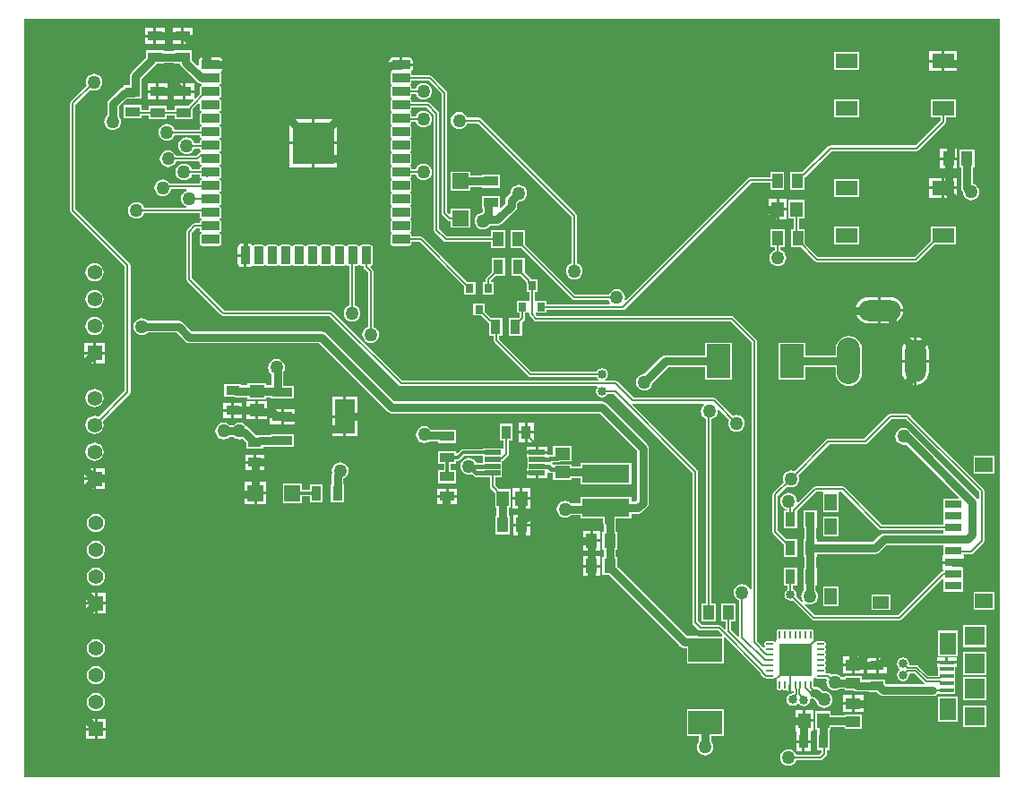
<source format=gtl>
G04*
G04 #@! TF.GenerationSoftware,Altium Limited,Altium Designer,20.0.7 (75)*
G04*
G04 Layer_Physical_Order=1*
G04 Layer_Color=255*
%FSLAX25Y25*%
%MOIN*%
G70*
G01*
G75*
%ADD10C,0.00787*%
%ADD12C,0.01181*%
%ADD13C,0.01575*%
%ADD16R,0.05433X0.03819*%
%ADD17R,0.05512X0.03740*%
%ADD18R,0.07480X0.12598*%
%ADD19R,0.07480X0.03543*%
%ADD20R,0.03740X0.05512*%
%ADD21R,0.05118X0.03543*%
%ADD22R,0.04567X0.05787*%
%ADD23R,0.04370X0.05787*%
%ADD24R,0.08858X0.12520*%
%ADD25R,0.07480X0.07480*%
%ADD26R,0.07480X0.07087*%
%ADD27R,0.06299X0.08268*%
%ADD28R,0.05315X0.01575*%
%ADD29R,0.17717X0.06890*%
%ADD30R,0.02953X0.03347*%
%ADD31R,0.15748X0.15748*%
G04:AMPARAMS|DCode=32|XSize=66.93mil|YSize=35.43mil|CornerRadius=3.9mil|HoleSize=0mil|Usage=FLASHONLY|Rotation=180.000|XOffset=0mil|YOffset=0mil|HoleType=Round|Shape=RoundedRectangle|*
%AMROUNDEDRECTD32*
21,1,0.06693,0.02764,0,0,180.0*
21,1,0.05913,0.03543,0,0,180.0*
1,1,0.00780,-0.02957,0.01382*
1,1,0.00780,0.02957,0.01382*
1,1,0.00780,0.02957,-0.01382*
1,1,0.00780,-0.02957,-0.01382*
%
%ADD32ROUNDEDRECTD32*%
G04:AMPARAMS|DCode=33|XSize=66.93mil|YSize=35.43mil|CornerRadius=3.9mil|HoleSize=0mil|Usage=FLASHONLY|Rotation=90.000|XOffset=0mil|YOffset=0mil|HoleType=Round|Shape=RoundedRectangle|*
%AMROUNDEDRECTD33*
21,1,0.06693,0.02764,0,0,90.0*
21,1,0.05913,0.03543,0,0,90.0*
1,1,0.00780,0.01382,0.02957*
1,1,0.00780,0.01382,-0.02957*
1,1,0.00780,-0.01382,-0.02957*
1,1,0.00780,-0.01382,0.02957*
%
%ADD33ROUNDEDRECTD33*%
%ADD34R,0.05906X0.01929*%
%ADD35O,0.00787X0.02953*%
%ADD36O,0.02953X0.00787*%
%ADD37R,0.12323X0.12323*%
%ADD38R,0.04095X0.05433*%
%ADD39R,0.08268X0.05512*%
%ADD40R,0.05906X0.06299*%
%ADD41R,0.04331X0.05433*%
%ADD42R,0.05906X0.03150*%
%ADD43R,0.06693X0.05512*%
%ADD44R,0.05906X0.04528*%
%ADD45R,0.04528X0.05906*%
%ADD46R,0.03819X0.05433*%
%ADD47R,0.06299X0.05906*%
%ADD48R,0.03543X0.05118*%
%ADD49R,0.05787X0.04567*%
%ADD50R,0.05433X0.04331*%
%ADD51R,0.12520X0.08858*%
%ADD97C,0.03150*%
%ADD98C,0.00591*%
%ADD99C,0.05543*%
%ADD100R,0.05543X0.05543*%
%ADD101O,0.08661X0.17323*%
%ADD102O,0.15748X0.07874*%
%ADD103O,0.07874X0.15748*%
%ADD104C,0.05000*%
%ADD105C,0.03347*%
%ADD106C,0.03937*%
%ADD107C,0.02756*%
G36*
X364520Y1622D02*
X1622D01*
X1622Y283811D01*
X364520D01*
X364520Y1622D01*
D02*
G37*
%LPC*%
G36*
X64287Y280429D02*
X61032D01*
Y278059D01*
X64287D01*
Y280429D01*
D02*
G37*
G36*
X60031D02*
X56776D01*
Y278059D01*
X60031D01*
Y280429D01*
D02*
G37*
G36*
X53953D02*
X50697D01*
Y278059D01*
X53953D01*
Y280429D01*
D02*
G37*
G36*
X49697D02*
X46441D01*
Y278059D01*
X49697D01*
Y280429D01*
D02*
G37*
G36*
X64287Y277059D02*
X61032D01*
Y274689D01*
X64287D01*
Y277059D01*
D02*
G37*
G36*
X60031D02*
X56776D01*
Y274689D01*
X60031D01*
Y277059D01*
D02*
G37*
G36*
X53953D02*
X50697D01*
Y274689D01*
X53953D01*
Y277059D01*
D02*
G37*
G36*
X49697D02*
X46441D01*
Y274689D01*
X49697D01*
Y277059D01*
D02*
G37*
G36*
X63878Y272146D02*
X57185D01*
Y271893D01*
X53543D01*
Y272146D01*
X46850D01*
Y269603D01*
X46815Y269426D01*
X41411Y264022D01*
X40933Y263306D01*
X40765Y262461D01*
Y259114D01*
X38524D01*
Y258441D01*
X37910Y258319D01*
X37193Y257841D01*
X33124Y253771D01*
X32646Y253055D01*
X32478Y252210D01*
Y247954D01*
X32245Y247775D01*
X31749Y247130D01*
X31438Y246378D01*
X31332Y245571D01*
X31438Y244764D01*
X31749Y244012D01*
X32245Y243367D01*
X32890Y242871D01*
X33642Y242560D01*
X34449Y242454D01*
X35256Y242560D01*
X36007Y242871D01*
X36653Y243367D01*
X37148Y244012D01*
X37460Y244764D01*
X37566Y245571D01*
X37460Y246378D01*
X37148Y247130D01*
X36893Y247462D01*
Y251296D01*
X39669Y254072D01*
X42303D01*
X42516Y254114D01*
X45138D01*
Y256735D01*
X45180Y256949D01*
Y261546D01*
X50577Y266943D01*
X50765Y267225D01*
X53543D01*
Y267477D01*
X57185D01*
Y267225D01*
X59595D01*
X59673Y266830D01*
X60151Y266114D01*
X65878Y260388D01*
X66594Y259909D01*
X67107Y259807D01*
X67203Y259663D01*
X67402Y259530D01*
X67433Y259415D01*
Y259089D01*
X67402Y258974D01*
X67203Y258841D01*
X66986Y258516D01*
X66910Y258134D01*
Y255790D01*
X65280Y254159D01*
X64780Y254366D01*
Y256390D01*
X61524D01*
Y254020D01*
X64433D01*
X64640Y253520D01*
X62676Y251556D01*
X62623Y251476D01*
X57677D01*
Y250019D01*
X54527D01*
Y251476D01*
X47835D01*
Y250019D01*
X45138D01*
Y251791D01*
X38524D01*
Y246791D01*
X45138D01*
Y248012D01*
X47835D01*
Y246555D01*
X54527D01*
Y248012D01*
X57677D01*
Y246555D01*
X64370D01*
Y250395D01*
X64374Y250416D01*
X66448Y252489D01*
X66910Y252298D01*
Y250370D01*
X66986Y249988D01*
X67203Y249663D01*
X67402Y249530D01*
X67433Y249415D01*
Y249089D01*
X67402Y248974D01*
X67203Y248841D01*
X66986Y248516D01*
X66910Y248134D01*
Y245370D01*
X66986Y244988D01*
X67203Y244663D01*
X67402Y244530D01*
X67433Y244415D01*
Y244089D01*
X67402Y243974D01*
X67203Y243841D01*
X66986Y243516D01*
X66910Y243134D01*
Y242637D01*
X57556D01*
X57326Y243193D01*
X56830Y243838D01*
X56185Y244334D01*
X55433Y244645D01*
X54626Y244751D01*
X53819Y244645D01*
X53067Y244334D01*
X52422Y243838D01*
X51926Y243193D01*
X51615Y242441D01*
X51509Y241634D01*
X51615Y240827D01*
X51926Y240075D01*
X52422Y239430D01*
X53067Y238934D01*
X53819Y238623D01*
X54626Y238517D01*
X55433Y238623D01*
X56185Y238934D01*
X56830Y239430D01*
X57326Y240075D01*
X57556Y240630D01*
X66910D01*
Y240370D01*
X66986Y239987D01*
X67203Y239663D01*
X67402Y239530D01*
X67433Y239415D01*
Y239089D01*
X67402Y238974D01*
X67203Y238841D01*
X66986Y238516D01*
X66910Y238134D01*
Y237716D01*
X64937D01*
X64707Y238271D01*
X64212Y238917D01*
X63566Y239412D01*
X62815Y239724D01*
X62008Y239830D01*
X61201Y239724D01*
X60449Y239412D01*
X59804Y238917D01*
X59308Y238271D01*
X58997Y237519D01*
X58891Y236713D01*
X58997Y235906D01*
X59308Y235154D01*
X59804Y234508D01*
X60449Y234013D01*
X61201Y233702D01*
X62008Y233595D01*
X62815Y233702D01*
X63566Y234013D01*
X64212Y234508D01*
X64707Y235154D01*
X64937Y235709D01*
X66910D01*
Y235370D01*
X66986Y234987D01*
X67154Y234736D01*
X67093Y234406D01*
X67002Y234196D01*
X66998Y234195D01*
X66672Y233977D01*
X65490Y232795D01*
X58048D01*
X57818Y233350D01*
X57322Y233996D01*
X56677Y234491D01*
X55925Y234802D01*
X55118Y234909D01*
X54311Y234802D01*
X53559Y234491D01*
X52914Y233996D01*
X52419Y233350D01*
X52107Y232598D01*
X52001Y231791D01*
X52107Y230984D01*
X52419Y230233D01*
X52914Y229587D01*
X53559Y229092D01*
X54311Y228780D01*
X55118Y228674D01*
X55925Y228780D01*
X56677Y229092D01*
X57322Y229587D01*
X57818Y230233D01*
X58048Y230788D01*
X65905D01*
X66290Y230864D01*
X66410Y230945D01*
X66910Y230691D01*
Y230370D01*
X66986Y229988D01*
X67203Y229663D01*
X67402Y229530D01*
X67433Y229415D01*
Y229089D01*
X67402Y228974D01*
X67203Y228841D01*
X66986Y228516D01*
X66910Y228134D01*
Y227874D01*
X63953D01*
X63723Y228429D01*
X63228Y229074D01*
X62582Y229570D01*
X61830Y229881D01*
X61024Y229987D01*
X60217Y229881D01*
X59465Y229570D01*
X58819Y229074D01*
X58324Y228429D01*
X58013Y227677D01*
X57906Y226870D01*
X58013Y226063D01*
X58324Y225311D01*
X58819Y224666D01*
X59465Y224170D01*
X60217Y223859D01*
X61024Y223753D01*
X61830Y223859D01*
X62582Y224170D01*
X63228Y224666D01*
X63723Y225311D01*
X63953Y225867D01*
X66910D01*
Y225370D01*
X66986Y224988D01*
X67203Y224663D01*
X67402Y224530D01*
X67433Y224415D01*
Y224089D01*
X67402Y223974D01*
X67203Y223841D01*
X66986Y223516D01*
X66910Y223134D01*
Y222460D01*
X55875D01*
X55849Y222523D01*
X55354Y223169D01*
X54708Y223664D01*
X53956Y223976D01*
X53150Y224082D01*
X52343Y223976D01*
X51591Y223664D01*
X50945Y223169D01*
X50450Y222523D01*
X50139Y221771D01*
X50032Y220965D01*
X50139Y220158D01*
X50450Y219406D01*
X50945Y218760D01*
X51591Y218265D01*
X52343Y217954D01*
X53150Y217847D01*
X53956Y217954D01*
X54708Y218265D01*
X55354Y218760D01*
X55849Y219406D01*
X56161Y220158D01*
X56200Y220453D01*
X61880D01*
X61979Y219953D01*
X61434Y219727D01*
X60788Y219232D01*
X60293Y218586D01*
X59981Y217834D01*
X59875Y217027D01*
X59981Y216221D01*
X60293Y215469D01*
X60788Y214823D01*
X61434Y214328D01*
X61979Y214102D01*
X61879Y213602D01*
X46237D01*
X46007Y214157D01*
X45511Y214803D01*
X44866Y215298D01*
X44114Y215609D01*
X43307Y215716D01*
X42500Y215609D01*
X41748Y215298D01*
X41103Y214803D01*
X40608Y214157D01*
X40296Y213405D01*
X40190Y212598D01*
X40296Y211792D01*
X40608Y211040D01*
X41103Y210394D01*
X41748Y209899D01*
X42500Y209587D01*
X43307Y209481D01*
X44114Y209587D01*
X44866Y209899D01*
X45511Y210394D01*
X46007Y211040D01*
X46237Y211595D01*
X66910D01*
Y210370D01*
X66986Y209987D01*
X67203Y209663D01*
X67402Y209530D01*
X67433Y209415D01*
Y209089D01*
X67402Y208974D01*
X67203Y208841D01*
X66986Y208516D01*
X66910Y208134D01*
Y207755D01*
X65020D01*
X64636Y207679D01*
X64310Y207462D01*
X62283Y205434D01*
X62065Y205108D01*
X61989Y204724D01*
Y187008D01*
X62065Y186624D01*
X62283Y186298D01*
X74586Y173995D01*
X74586Y173995D01*
X74586Y173995D01*
X75078Y173503D01*
X75234Y173398D01*
X75403Y173286D01*
X75404Y173285D01*
X75404Y173285D01*
X75560Y173254D01*
X75788Y173209D01*
X115234D01*
X141023Y147420D01*
X141348Y147203D01*
X141732Y147126D01*
X214531D01*
X214798Y146626D01*
X214455Y146112D01*
X214279Y145229D01*
X214455Y144346D01*
X214955Y143597D01*
X215704Y143096D01*
X216587Y142921D01*
X217470Y143096D01*
X218219Y143597D01*
X218639Y144225D01*
X220989D01*
X250278Y114937D01*
Y59106D01*
X250354Y58722D01*
X250571Y58397D01*
X252591Y56377D01*
X252917Y56160D01*
X253301Y56083D01*
X259794D01*
X261322Y54555D01*
X261115Y54055D01*
X252280D01*
X252067Y54098D01*
X252067Y54098D01*
X252067Y54098D01*
X248131D01*
X222197Y80032D01*
Y83524D01*
X221649D01*
Y86260D01*
X222197D01*
Y92874D01*
X221696D01*
Y97835D01*
X227461D01*
Y99662D01*
X229946D01*
X230791Y99830D01*
X231507Y100309D01*
X233352Y102154D01*
X233831Y102870D01*
X233999Y103715D01*
Y124016D01*
X233831Y124861D01*
X233352Y125577D01*
X218097Y140833D01*
X217380Y141311D01*
X216535Y141479D01*
X139202D01*
X113766Y166916D01*
X113050Y167394D01*
X112205Y167562D01*
X63907D01*
X60616Y170852D01*
X59900Y171331D01*
X59055Y171499D01*
X47475D01*
X46834Y171991D01*
X46082Y172302D01*
X45276Y172409D01*
X44469Y172302D01*
X43717Y171991D01*
X43071Y171496D01*
X42576Y170850D01*
X42265Y170098D01*
X42158Y169291D01*
X42265Y168484D01*
X42576Y167733D01*
X43071Y167087D01*
X43717Y166592D01*
X44469Y166280D01*
X45276Y166174D01*
X46082Y166280D01*
X46834Y166592D01*
X47475Y167084D01*
X58141D01*
X61431Y163793D01*
X62147Y163315D01*
X62992Y163147D01*
X111290D01*
X136726Y137710D01*
X137443Y137232D01*
X138287Y137064D01*
X215621D01*
X229584Y123101D01*
Y104630D01*
X229032Y104078D01*
X227461D01*
Y105905D01*
X208563D01*
Y103586D01*
X204956D01*
X204314Y104077D01*
X203563Y104389D01*
X202756Y104495D01*
X201949Y104389D01*
X201197Y104077D01*
X200552Y103582D01*
X200056Y102936D01*
X199745Y102185D01*
X199639Y101378D01*
X199745Y100571D01*
X200056Y99819D01*
X200552Y99174D01*
X201197Y98678D01*
X201949Y98367D01*
X202756Y98261D01*
X203563Y98367D01*
X204314Y98678D01*
X204956Y99170D01*
X208563D01*
Y97835D01*
X217008D01*
Y96336D01*
X217085Y95951D01*
X217280Y95659D01*
Y92874D01*
X216685D01*
Y86260D01*
X217233D01*
Y83524D01*
X216685D01*
Y76910D01*
X219075D01*
X245655Y50329D01*
X246372Y49850D01*
X247217Y49682D01*
X248071D01*
Y44016D01*
X261771D01*
Y53399D01*
X262271Y53606D01*
X275420Y40457D01*
X275451Y40302D01*
X275451Y40302D01*
Y40302D01*
X275511Y40213D01*
X275668Y39977D01*
X276985Y38661D01*
X276985Y38660D01*
X276985Y38660D01*
X277146Y38552D01*
X277310Y38443D01*
X277310Y38443D01*
X277310Y38443D01*
X277516Y38402D01*
X277694Y38367D01*
X277694Y38367D01*
X277694Y38367D01*
X280118D01*
X280502Y38443D01*
X280724Y38591D01*
X281091Y38467D01*
X281224Y38370D01*
Y38114D01*
X281480D01*
X281578Y37981D01*
X281701Y37614D01*
X281553Y37392D01*
X281477Y37008D01*
Y34843D01*
X281553Y34459D01*
X281771Y34133D01*
X282096Y33915D01*
X282480Y33839D01*
X282864Y33915D01*
X283190Y34133D01*
X283739D01*
X284065Y33915D01*
X284449Y33839D01*
X284833Y33915D01*
X285413Y33838D01*
X285874Y33530D01*
X285917Y33521D01*
Y35925D01*
X286917D01*
Y33521D01*
X286961Y33530D01*
X287249Y33722D01*
X287743Y33524D01*
X287793Y33160D01*
X287501Y32821D01*
X286617Y32645D01*
X285868Y32145D01*
X285368Y31396D01*
X285192Y30512D01*
X285368Y29629D01*
X285868Y28880D01*
X286617Y28380D01*
X287501Y28204D01*
X288384Y28380D01*
X289133Y28880D01*
X289195Y28974D01*
X289796D01*
X289997Y28673D01*
X290746Y28173D01*
X291629Y27997D01*
X292513Y28173D01*
X293261Y28673D01*
X293762Y29422D01*
X293937Y30305D01*
X293856Y30716D01*
X294306Y31016D01*
X294431Y30933D01*
X295275Y30765D01*
X295337D01*
X296172Y29930D01*
X296202Y29705D01*
X296513Y28953D01*
X297008Y28308D01*
X297654Y27812D01*
X298406Y27501D01*
X299213Y27395D01*
X300020Y27501D01*
X300771Y27812D01*
X301417Y28308D01*
X301912Y28953D01*
X302224Y29705D01*
X302330Y30512D01*
X302224Y31319D01*
X301912Y32070D01*
X301417Y32716D01*
X300771Y33211D01*
X300020Y33523D01*
X299213Y33629D01*
X298775Y33571D01*
X297813Y34534D01*
X297813Y34534D01*
X297813Y34534D01*
X297484Y34753D01*
X297096Y35012D01*
X297096Y35012D01*
X297096Y35012D01*
X296724Y35086D01*
X296252Y35180D01*
X296252Y35180D01*
X296252Y35180D01*
X295373D01*
X295295Y35258D01*
Y37008D01*
X295218Y37392D01*
X295070Y37614D01*
X295194Y37981D01*
X295291Y38114D01*
X295547D01*
Y38370D01*
X295681Y38468D01*
X296047Y38592D01*
X296269Y38443D01*
X296653Y38367D01*
X299867D01*
X300201Y37867D01*
X300139Y37716D01*
X300032Y36909D01*
X300139Y36103D01*
X300450Y35351D01*
X300945Y34705D01*
X301591Y34210D01*
X302343Y33898D01*
X303150Y33792D01*
X303957Y33898D01*
X304708Y34210D01*
X305090Y34503D01*
X306732D01*
Y33756D01*
X310380D01*
X310627Y33590D01*
X311472Y33422D01*
X315748D01*
Y33268D01*
X318925D01*
X319797Y32396D01*
X320513Y31917D01*
X321358Y31749D01*
X339567D01*
X340412Y31917D01*
X341128Y32396D01*
X341148Y32425D01*
X341535Y32677D01*
Y32677D01*
X341535Y32677D01*
X348031D01*
Y35236D01*
Y37795D01*
Y42504D01*
X348441D01*
Y43791D01*
X344783D01*
X341126D01*
Y42504D01*
X341535D01*
Y39388D01*
X337923D01*
X334349Y42961D01*
X334055Y43157D01*
X333710Y43226D01*
X331132D01*
X330814Y43613D01*
X330851Y43799D01*
X330676Y44683D01*
X330175Y45431D01*
X329427Y45932D01*
X328543Y46107D01*
X327660Y45932D01*
X326911Y45431D01*
X326411Y44683D01*
X326235Y43799D01*
X326411Y42916D01*
X326911Y42167D01*
X327188Y41982D01*
Y41482D01*
X326911Y41297D01*
X326411Y40549D01*
X326235Y39665D01*
X326411Y38782D01*
X326911Y38033D01*
X327660Y37533D01*
X328543Y37357D01*
X329427Y37533D01*
X330175Y38033D01*
X330676Y38782D01*
X330851Y39665D01*
X330814Y39852D01*
X331132Y40238D01*
X332847D01*
X336421Y36665D01*
X336269Y36165D01*
X322273D01*
X322047Y36390D01*
Y37992D01*
X315748D01*
Y37838D01*
X313346D01*
Y39268D01*
X306732D01*
Y38918D01*
X305504D01*
X305354Y39114D01*
X304708Y39609D01*
X303957Y39920D01*
X303150Y40027D01*
X302343Y39920D01*
X301788Y39691D01*
X301399Y40080D01*
X301073Y40297D01*
X300689Y40374D01*
X299959D01*
X299692Y40874D01*
X299746Y40955D01*
X299822Y41339D01*
X299746Y41723D01*
X299528Y42048D01*
Y42597D01*
X299746Y42923D01*
X299822Y43307D01*
X299746Y43691D01*
X299528Y44017D01*
Y44566D01*
X299746Y44892D01*
X299822Y45276D01*
X299746Y45660D01*
X299528Y45985D01*
Y46534D01*
X299746Y46860D01*
X299822Y47244D01*
X299746Y47628D01*
X299528Y47954D01*
Y48503D01*
X299746Y48829D01*
X299822Y49213D01*
X299746Y49597D01*
X299528Y49922D01*
Y50472D01*
X299746Y50797D01*
X299822Y51181D01*
X299746Y51565D01*
X299528Y51891D01*
X299203Y52108D01*
X298819Y52185D01*
X296653D01*
X296269Y52108D01*
X296047Y51960D01*
X295681Y52083D01*
X295547Y52181D01*
Y52437D01*
X295291D01*
X295194Y52570D01*
X295070Y52937D01*
X295218Y53159D01*
X295295Y53543D01*
Y55709D01*
X295218Y56093D01*
X295001Y56418D01*
X294675Y56636D01*
X294291Y56712D01*
X293907Y56636D01*
X293582Y56418D01*
X293033D01*
X292707Y56636D01*
X292323Y56712D01*
X291939Y56636D01*
X291613Y56418D01*
X291064D01*
X290738Y56636D01*
X290354Y56712D01*
X289970Y56636D01*
X289645Y56418D01*
X289095D01*
X288770Y56636D01*
X288386Y56712D01*
X288002Y56636D01*
X287676Y56418D01*
X287127D01*
X286801Y56636D01*
X286417Y56712D01*
X286033Y56636D01*
X285708Y56418D01*
X285158D01*
X284833Y56636D01*
X284449Y56712D01*
X284065Y56636D01*
X283739Y56418D01*
X283190D01*
X282864Y56636D01*
X282480Y56712D01*
X282096Y56636D01*
X281771Y56418D01*
X281553Y56093D01*
X281477Y55709D01*
Y53543D01*
X281553Y53159D01*
X281702Y52937D01*
X281578Y52570D01*
X281480Y52437D01*
X281224D01*
Y52181D01*
X281091Y52084D01*
X280724Y51960D01*
X280502Y52108D01*
X280118Y52185D01*
X277953D01*
X277569Y52108D01*
X277243Y51891D01*
X277026Y51565D01*
X276949Y51181D01*
X277026Y50797D01*
X277243Y50472D01*
Y49922D01*
X277203Y49862D01*
X276589Y49769D01*
X274133Y52224D01*
Y163878D01*
X274057Y164262D01*
X273839Y164588D01*
X265473Y172954D01*
X265148Y173171D01*
X264764Y173248D01*
X192459D01*
X191773Y173933D01*
X192004Y174409D01*
X195965D01*
Y175630D01*
X224370D01*
X224754Y175707D01*
X225080Y175924D01*
X272069Y222914D01*
X279095D01*
Y220118D01*
X284370D01*
Y226732D01*
X279095D01*
Y224921D01*
X271654D01*
X271269Y224844D01*
X270944Y224627D01*
X225528Y179211D01*
X225003Y179316D01*
X224966Y179356D01*
X225066Y180118D01*
X224960Y180925D01*
X224648Y181677D01*
X224153Y182322D01*
X223507Y182818D01*
X222756Y183129D01*
X221949Y183235D01*
X221142Y183129D01*
X220390Y182818D01*
X219745Y182322D01*
X219249Y181677D01*
X219019Y181122D01*
X206695D01*
X187952Y199864D01*
Y200118D01*
X187933Y200215D01*
Y205079D01*
X182658D01*
Y198464D01*
X186514D01*
X205570Y179409D01*
X205895Y179191D01*
X206279Y179115D01*
X219019D01*
X219249Y178560D01*
X219573Y178137D01*
X219327Y177637D01*
X195965D01*
Y178937D01*
X191956D01*
X191831Y178937D01*
X191456Y179240D01*
Y182283D01*
X192520D01*
Y186811D01*
X190315D01*
X190297Y186900D01*
X190080Y187225D01*
X187756Y189549D01*
Y194744D01*
X182756D01*
Y188130D01*
X186337D01*
X188367Y186100D01*
Y185630D01*
X188386Y185533D01*
Y182283D01*
X189449D01*
Y179241D01*
X189075Y178937D01*
X188949Y178937D01*
X184941D01*
Y174409D01*
X186004D01*
Y172955D01*
X185451Y172402D01*
X181870D01*
Y165787D01*
X186870D01*
Y170983D01*
X187717Y171830D01*
X187935Y172155D01*
X188011Y172539D01*
Y174409D01*
X188949D01*
X189075Y174409D01*
X189449Y174106D01*
Y173835D01*
X189526Y173451D01*
X189743Y173125D01*
X191334Y171535D01*
X191659Y171317D01*
X192043Y171241D01*
X264348D01*
X272126Y163462D01*
Y71486D01*
X271626Y71387D01*
X271400Y71933D01*
X270905Y72578D01*
X270259Y73074D01*
X269508Y73385D01*
X268701Y73491D01*
X267894Y73385D01*
X267142Y73074D01*
X266496Y72578D01*
X266001Y71933D01*
X265690Y71181D01*
X265583Y70374D01*
X265690Y69567D01*
X266001Y68815D01*
X266496Y68170D01*
X267142Y67674D01*
X267697Y67445D01*
Y53953D01*
X267197Y53746D01*
X264547Y56396D01*
Y59685D01*
X266181D01*
Y66299D01*
X260906D01*
Y59685D01*
X262540D01*
Y56829D01*
X262078Y56638D01*
X260920Y57796D01*
X260594Y58014D01*
X260210Y58090D01*
X253716D01*
X252285Y59522D01*
Y115353D01*
X252208Y115737D01*
X251991Y116062D01*
X227801Y140252D01*
X227916Y140579D01*
X228031Y140729D01*
X254324D01*
X254493Y140229D01*
X254196Y140001D01*
X253701Y139355D01*
X253390Y138603D01*
X253283Y137796D01*
X253390Y136990D01*
X253701Y136238D01*
X254196Y135592D01*
X254842Y135097D01*
X255138Y134974D01*
Y66299D01*
X253504D01*
Y59685D01*
X258780D01*
Y66299D01*
X257145D01*
Y134777D01*
X257207Y134785D01*
X257959Y135097D01*
X258605Y135592D01*
X259100Y136238D01*
X259412Y136990D01*
X259518Y137796D01*
X259449Y138315D01*
X259923Y138549D01*
X263744Y134728D01*
X263514Y134173D01*
X263407Y133366D01*
X263514Y132559D01*
X263825Y131807D01*
X264320Y131162D01*
X264966Y130666D01*
X265718Y130355D01*
X266525Y130249D01*
X267332Y130355D01*
X268083Y130666D01*
X268729Y131162D01*
X269224Y131807D01*
X269536Y132559D01*
X269642Y133366D01*
X269536Y134173D01*
X269224Y134925D01*
X268729Y135570D01*
X268083Y136066D01*
X267332Y136377D01*
X266525Y136483D01*
X265718Y136377D01*
X265163Y136147D01*
X258869Y142442D01*
X258543Y142659D01*
X258159Y142736D01*
X228384D01*
X222280Y148839D01*
X221954Y149057D01*
X221570Y149133D01*
X217856D01*
X217705Y149633D01*
X218168Y149943D01*
X218668Y150692D01*
X218844Y151575D01*
X218668Y152458D01*
X218168Y153207D01*
X217419Y153707D01*
X216535Y153883D01*
X215652Y153707D01*
X214903Y153207D01*
X214483Y152578D01*
X190376D01*
X178357Y164597D01*
Y165787D01*
X179547D01*
Y172402D01*
X175629D01*
X175531Y172421D01*
X175258D01*
X172835Y174845D01*
Y177953D01*
X168701D01*
Y173425D01*
X171415D01*
X174133Y170708D01*
X174459Y170490D01*
X174547Y170473D01*
Y165787D01*
X176350D01*
Y164182D01*
X176427Y163798D01*
X176644Y163472D01*
X189251Y150865D01*
X189577Y150648D01*
X189961Y150571D01*
X214483D01*
X214903Y149943D01*
X215366Y149633D01*
X215215Y149133D01*
X142148D01*
X116359Y174922D01*
X116033Y175140D01*
X115649Y175216D01*
X76203D01*
X76005Y175415D01*
X76005Y175415D01*
X63996Y187424D01*
Y204309D01*
X65435Y205748D01*
X66910D01*
Y205370D01*
X66986Y204988D01*
X67203Y204663D01*
X67402Y204530D01*
X67433Y204415D01*
Y204089D01*
X67402Y203974D01*
X67203Y203841D01*
X66986Y203516D01*
X66910Y203134D01*
Y200370D01*
X66986Y199987D01*
X67203Y199663D01*
X67527Y199447D01*
X67909Y199371D01*
X73823D01*
X74205Y199447D01*
X74530Y199663D01*
X74746Y199987D01*
X74822Y200370D01*
Y203134D01*
X74746Y203516D01*
X74530Y203841D01*
X74330Y203974D01*
X74300Y204089D01*
Y204415D01*
X74330Y204530D01*
X74530Y204663D01*
X74746Y204988D01*
X74822Y205370D01*
Y208134D01*
X74746Y208516D01*
X74530Y208841D01*
X74330Y208974D01*
X74300Y209089D01*
Y209415D01*
X74330Y209530D01*
X74530Y209663D01*
X74746Y209987D01*
X74822Y210370D01*
Y213134D01*
X74746Y213516D01*
X74530Y213841D01*
X74330Y213974D01*
X74300Y214089D01*
Y214415D01*
X74330Y214530D01*
X74530Y214663D01*
X74746Y214987D01*
X74822Y215370D01*
Y218134D01*
X74746Y218516D01*
X74530Y218841D01*
X74330Y218974D01*
X74300Y219089D01*
Y219415D01*
X74330Y219530D01*
X74530Y219663D01*
X74746Y219988D01*
X74822Y220370D01*
Y223134D01*
X74746Y223516D01*
X74530Y223841D01*
X74330Y223974D01*
X74300Y224089D01*
Y224415D01*
X74330Y224530D01*
X74530Y224663D01*
X74746Y224988D01*
X74822Y225370D01*
Y228134D01*
X74746Y228516D01*
X74530Y228841D01*
X74330Y228974D01*
X74300Y229089D01*
Y229415D01*
X74330Y229530D01*
X74530Y229663D01*
X74746Y229988D01*
X74822Y230370D01*
Y233134D01*
X74746Y233516D01*
X74530Y233841D01*
X74330Y233974D01*
X74300Y234089D01*
Y234415D01*
X74330Y234530D01*
X74530Y234663D01*
X74746Y234987D01*
X74822Y235370D01*
Y238134D01*
X74746Y238516D01*
X74530Y238841D01*
X74330Y238974D01*
X74300Y239089D01*
Y239415D01*
X74330Y239530D01*
X74530Y239663D01*
X74746Y239987D01*
X74822Y240370D01*
Y243134D01*
X74746Y243516D01*
X74530Y243841D01*
X74330Y243974D01*
X74300Y244089D01*
Y244415D01*
X74330Y244530D01*
X74530Y244663D01*
X74746Y244988D01*
X74822Y245370D01*
Y248134D01*
X74746Y248516D01*
X74530Y248841D01*
X74330Y248974D01*
X74300Y249089D01*
Y249415D01*
X74330Y249530D01*
X74530Y249663D01*
X74746Y249988D01*
X74822Y250370D01*
Y253134D01*
X74746Y253516D01*
X74530Y253841D01*
X74330Y253974D01*
X74300Y254089D01*
Y254415D01*
X74330Y254530D01*
X74530Y254663D01*
X74746Y254988D01*
X74822Y255370D01*
Y258134D01*
X74746Y258516D01*
X74530Y258841D01*
X74330Y258974D01*
X74300Y259089D01*
Y259415D01*
X74330Y259530D01*
X74530Y259663D01*
X74746Y259987D01*
X74822Y260370D01*
Y263134D01*
X74746Y263516D01*
X74530Y263841D01*
X74732Y264306D01*
X74825Y264368D01*
X75132Y264828D01*
X75240Y265370D01*
Y266252D01*
X70866D01*
Y266752D01*
X70366D01*
Y269551D01*
X67909D01*
X67367Y269443D01*
X66907Y269136D01*
X66600Y268676D01*
X66492Y268134D01*
Y266671D01*
X66031Y266479D01*
X63878Y268632D01*
Y272146D01*
D02*
G37*
G36*
X348579Y271965D02*
X343945D01*
Y268709D01*
X348579D01*
Y271965D01*
D02*
G37*
G36*
X342945D02*
X338311D01*
Y268709D01*
X342945D01*
Y271965D01*
D02*
G37*
G36*
X144689Y269551D02*
X142232D01*
Y267252D01*
X146106D01*
Y268134D01*
X145998Y268676D01*
X145691Y269136D01*
X145231Y269443D01*
X144689Y269551D01*
D02*
G37*
G36*
X73823D02*
X71366D01*
Y267252D01*
X75240D01*
Y268134D01*
X75132Y268676D01*
X74825Y269136D01*
X74365Y269443D01*
X73823Y269551D01*
D02*
G37*
G36*
X141232D02*
X138776D01*
X138233Y269443D01*
X137774Y269136D01*
X137467Y268676D01*
X137359Y268134D01*
Y267252D01*
X141232D01*
Y269551D01*
D02*
G37*
G36*
X312343Y271555D02*
X302894D01*
Y264862D01*
X312343D01*
Y271555D01*
D02*
G37*
G36*
X348579Y267709D02*
X343945D01*
Y264453D01*
X348579D01*
Y267709D01*
D02*
G37*
G36*
X342945D02*
X338311D01*
Y264453D01*
X342945D01*
Y267709D01*
D02*
G37*
G36*
X64780Y259760D02*
X61524D01*
Y257390D01*
X64780D01*
Y259760D01*
D02*
G37*
G36*
X60524D02*
X57268D01*
Y257390D01*
X60524D01*
Y259760D01*
D02*
G37*
G36*
X54937D02*
X51681D01*
Y257390D01*
X54937D01*
Y259760D01*
D02*
G37*
G36*
X50681D02*
X47425D01*
Y257390D01*
X50681D01*
Y259760D01*
D02*
G37*
G36*
X27559Y263452D02*
X26752Y263346D01*
X26000Y263034D01*
X25355Y262539D01*
X24859Y261893D01*
X24548Y261141D01*
X24442Y260335D01*
X24548Y259528D01*
X24778Y258973D01*
X18975Y253170D01*
X18758Y252845D01*
X18681Y252461D01*
Y212598D01*
X18758Y212214D01*
X18975Y211889D01*
X39041Y191823D01*
Y145440D01*
X29311Y135711D01*
X28619Y135997D01*
X27741Y136113D01*
X26864Y135997D01*
X26046Y135659D01*
X25343Y135120D01*
X24805Y134417D01*
X24466Y133599D01*
X24350Y132722D01*
X24466Y131844D01*
X24805Y131026D01*
X25343Y130324D01*
X26046Y129785D01*
X26864Y129446D01*
X27741Y129331D01*
X28619Y129446D01*
X29437Y129785D01*
X30139Y130324D01*
X30678Y131026D01*
X31017Y131844D01*
X31133Y132722D01*
X31017Y133599D01*
X30730Y134292D01*
X40754Y144315D01*
X40972Y144641D01*
X41048Y145025D01*
Y192239D01*
X40972Y192623D01*
X40754Y192949D01*
X20689Y213014D01*
Y252045D01*
X26197Y257554D01*
X26752Y257324D01*
X27559Y257218D01*
X28366Y257324D01*
X29118Y257635D01*
X29763Y258131D01*
X30259Y258776D01*
X30570Y259528D01*
X30676Y260335D01*
X30570Y261141D01*
X30259Y261893D01*
X29763Y262539D01*
X29118Y263034D01*
X28366Y263346D01*
X27559Y263452D01*
D02*
G37*
G36*
X60524Y256390D02*
X57268D01*
Y254020D01*
X60524D01*
Y256390D01*
D02*
G37*
G36*
X54937D02*
X51681D01*
Y254020D01*
X54937D01*
Y256390D01*
D02*
G37*
G36*
X50681D02*
X47425D01*
Y254020D01*
X50681D01*
Y256390D01*
D02*
G37*
G36*
X312343Y253838D02*
X302894D01*
Y247146D01*
X312343D01*
Y253838D01*
D02*
G37*
G36*
X117929Y246453D02*
X109555D01*
Y238079D01*
X117929D01*
Y246453D01*
D02*
G37*
G36*
X108555D02*
X100181D01*
Y238079D01*
X108555D01*
Y246453D01*
D02*
G37*
G36*
X348685Y235508D02*
X346020D01*
Y232291D01*
X348685D01*
Y235508D01*
D02*
G37*
G36*
X345020D02*
X342354D01*
Y232291D01*
X345020D01*
Y235508D01*
D02*
G37*
G36*
X117929Y237079D02*
X109555D01*
Y228705D01*
X117929D01*
Y237079D01*
D02*
G37*
G36*
X108555D02*
X100181D01*
Y228705D01*
X108555D01*
Y237079D01*
D02*
G37*
G36*
X348685Y231291D02*
X346020D01*
Y228075D01*
X348685D01*
Y231291D01*
D02*
G37*
G36*
X345020D02*
X342354D01*
Y228075D01*
X345020D01*
Y231291D01*
D02*
G37*
G36*
X348579Y224720D02*
X343945D01*
Y221464D01*
X348579D01*
Y224720D01*
D02*
G37*
G36*
X342945D02*
X338311D01*
Y221464D01*
X342945D01*
Y224720D01*
D02*
G37*
G36*
X167618Y226969D02*
X160138D01*
Y219882D01*
X167618D01*
Y221217D01*
X171851D01*
Y220965D01*
X178543D01*
Y225886D01*
X171851D01*
Y225633D01*
X167618D01*
Y226969D01*
D02*
G37*
G36*
X348169Y253838D02*
X338721D01*
Y247146D01*
X342442D01*
Y245928D01*
X333246Y236732D01*
X301437D01*
X301053Y236655D01*
X300727Y236438D01*
X291041Y226752D01*
X290787D01*
X290689Y226732D01*
X286496D01*
Y220118D01*
X291772D01*
Y224807D01*
X291841Y224821D01*
X292166Y225039D01*
X301853Y234725D01*
X333662D01*
X334046Y234801D01*
X334371Y235019D01*
X344155Y244802D01*
X344372Y245128D01*
X344449Y245512D01*
Y247146D01*
X348169D01*
Y253838D01*
D02*
G37*
G36*
X312343Y224311D02*
X302894D01*
Y217618D01*
X312343D01*
Y224311D01*
D02*
G37*
G36*
X348579Y220464D02*
X343945D01*
Y217209D01*
X348579D01*
Y220464D01*
D02*
G37*
G36*
X342945D02*
X338311D01*
Y217209D01*
X342945D01*
Y220464D01*
D02*
G37*
G36*
X355071Y235098D02*
X349559D01*
Y228484D01*
X350107D01*
Y221012D01*
X350185Y220620D01*
X350275Y220167D01*
X350275Y220167D01*
X350275Y220167D01*
X350516Y219807D01*
X350723Y219497D01*
X350721Y219488D01*
X350828Y218681D01*
X351139Y217930D01*
X351634Y217284D01*
X352280Y216789D01*
X353032Y216477D01*
X353838Y216371D01*
X354645Y216477D01*
X355397Y216789D01*
X356043Y217284D01*
X356538Y217930D01*
X356850Y218681D01*
X356956Y219488D01*
X356850Y220295D01*
X356538Y221047D01*
X356043Y221692D01*
X355397Y222188D01*
X354645Y222499D01*
X354523Y222515D01*
Y228484D01*
X355071D01*
Y235098D01*
D02*
G37*
G36*
X185531Y222113D02*
X184725Y222007D01*
X183973Y221696D01*
X183327Y221200D01*
X182832Y220555D01*
X182520Y219803D01*
X182415Y219002D01*
X181156Y217742D01*
X180677Y217026D01*
X180509Y216181D01*
Y215127D01*
X179005Y213624D01*
X178543Y213815D01*
Y218012D01*
X171851D01*
Y213090D01*
X172100D01*
Y212141D01*
X171662Y211702D01*
X171437Y211672D01*
X170686Y211361D01*
X170040Y210866D01*
X169544Y210220D01*
X169233Y209468D01*
X169127Y208661D01*
X169233Y207855D01*
X169544Y207103D01*
X170040Y206457D01*
X170686Y205962D01*
X171437Y205650D01*
X172244Y205544D01*
X173051Y205650D01*
X173803Y205962D01*
X174448Y206457D01*
X174823Y206946D01*
X177657D01*
X178502Y207114D01*
X179219Y207592D01*
X184278Y212652D01*
X184757Y213368D01*
X184925Y214213D01*
Y215267D01*
X185537Y215880D01*
X186338Y215985D01*
X187090Y216297D01*
X187736Y216792D01*
X188231Y217437D01*
X188542Y218189D01*
X188649Y218996D01*
X188542Y219803D01*
X188231Y220555D01*
X187736Y221200D01*
X187090Y221696D01*
X186338Y222007D01*
X185531Y222113D01*
D02*
G37*
G36*
X285252Y216915D02*
X282469D01*
Y213522D01*
X285252D01*
Y216915D01*
D02*
G37*
G36*
X281469D02*
X278685D01*
Y213522D01*
X281469D01*
Y216915D01*
D02*
G37*
G36*
X285252Y212522D02*
X282469D01*
Y209128D01*
X285252D01*
Y212522D01*
D02*
G37*
G36*
X281469D02*
X278685D01*
Y209128D01*
X281469D01*
Y212522D01*
D02*
G37*
G36*
X146106Y266252D02*
X141732D01*
X137359D01*
Y265370D01*
X137467Y264828D01*
X137774Y264368D01*
X137866Y264306D01*
X138069Y263841D01*
X137852Y263516D01*
X137776Y263134D01*
Y260370D01*
X137852Y259987D01*
X138069Y259663D01*
X138269Y259530D01*
X138299Y259415D01*
Y259089D01*
X138269Y258974D01*
X138069Y258841D01*
X137852Y258516D01*
X137776Y258134D01*
Y255370D01*
X137852Y254988D01*
X138069Y254663D01*
X138269Y254530D01*
X138299Y254415D01*
Y254089D01*
X138269Y253974D01*
X138069Y253841D01*
X137852Y253516D01*
X137776Y253134D01*
Y250370D01*
X137852Y249988D01*
X138069Y249663D01*
X138269Y249530D01*
X138299Y249415D01*
Y249089D01*
X138269Y248974D01*
X138069Y248841D01*
X137852Y248516D01*
X137776Y248134D01*
Y245370D01*
X137852Y244988D01*
X138069Y244663D01*
X138269Y244530D01*
X138299Y244415D01*
Y244089D01*
X138269Y243974D01*
X138069Y243841D01*
X137852Y243516D01*
X137776Y243134D01*
Y240370D01*
X137852Y239987D01*
X138069Y239663D01*
X138269Y239530D01*
X138299Y239415D01*
Y239089D01*
X138269Y238974D01*
X138069Y238841D01*
X137852Y238516D01*
X137776Y238134D01*
Y235370D01*
X137852Y234987D01*
X138069Y234663D01*
X138269Y234530D01*
X138299Y234415D01*
Y234089D01*
X138269Y233974D01*
X138069Y233841D01*
X137852Y233516D01*
X137776Y233134D01*
Y230370D01*
X137852Y229988D01*
X138069Y229663D01*
X138269Y229530D01*
X138299Y229415D01*
Y229089D01*
X138269Y228974D01*
X138069Y228841D01*
X137852Y228516D01*
X137776Y228134D01*
Y225370D01*
X137852Y224988D01*
X138069Y224663D01*
X138269Y224530D01*
X138299Y224415D01*
Y224089D01*
X138269Y223974D01*
X138069Y223841D01*
X137852Y223516D01*
X137776Y223134D01*
Y220370D01*
X137852Y219988D01*
X138069Y219663D01*
X138269Y219530D01*
X138299Y219415D01*
Y219089D01*
X138269Y218974D01*
X138069Y218841D01*
X137852Y218516D01*
X137776Y218134D01*
Y215370D01*
X137852Y214987D01*
X138069Y214663D01*
X138269Y214530D01*
X138299Y214415D01*
Y214089D01*
X138269Y213974D01*
X138069Y213841D01*
X137852Y213516D01*
X137776Y213134D01*
Y210370D01*
X137852Y209987D01*
X138069Y209663D01*
X138269Y209530D01*
X138299Y209415D01*
Y209089D01*
X138269Y208974D01*
X138069Y208841D01*
X137852Y208516D01*
X137776Y208134D01*
Y205370D01*
X137852Y204988D01*
X138069Y204663D01*
X138269Y204530D01*
X138299Y204415D01*
Y204089D01*
X138269Y203974D01*
X138069Y203841D01*
X137852Y203516D01*
X137776Y203134D01*
Y200370D01*
X137852Y199987D01*
X138069Y199663D01*
X138393Y199447D01*
X138776Y199371D01*
X144689D01*
X145071Y199447D01*
X145396Y199663D01*
X145612Y199987D01*
X145688Y200370D01*
Y200748D01*
X148718D01*
X165256Y184211D01*
Y181299D01*
X169390D01*
Y185827D01*
X166479D01*
X149844Y202462D01*
X149518Y202679D01*
X149134Y202755D01*
X145688D01*
Y203134D01*
X145612Y203516D01*
X145396Y203841D01*
X145196Y203974D01*
X145166Y204089D01*
Y204415D01*
X145196Y204530D01*
X145396Y204663D01*
X145612Y204988D01*
X145688Y205370D01*
Y208134D01*
X145612Y208516D01*
X145396Y208841D01*
X145196Y208974D01*
X145166Y209089D01*
Y209415D01*
X145196Y209530D01*
X145396Y209663D01*
X145612Y209987D01*
X145688Y210370D01*
Y213134D01*
X145612Y213516D01*
X145396Y213841D01*
X145196Y213974D01*
X145166Y214089D01*
Y214415D01*
X145196Y214530D01*
X145396Y214663D01*
X145612Y214987D01*
X145688Y215370D01*
Y218134D01*
X145612Y218516D01*
X145396Y218841D01*
X145196Y218974D01*
X145166Y219089D01*
Y219415D01*
X145196Y219530D01*
X145396Y219663D01*
X145612Y219988D01*
X145688Y220370D01*
Y223134D01*
X145612Y223516D01*
X145396Y223841D01*
X145196Y223974D01*
X145166Y224089D01*
Y224415D01*
X145196Y224530D01*
X145396Y224663D01*
X145612Y224988D01*
X145688Y225370D01*
Y225867D01*
X147169D01*
X147399Y225311D01*
X147894Y224666D01*
X148540Y224170D01*
X149292Y223859D01*
X150098Y223753D01*
X150905Y223859D01*
X151657Y224170D01*
X152303Y224666D01*
X152798Y225311D01*
X153109Y226063D01*
X153216Y226870D01*
X153109Y227677D01*
X152798Y228429D01*
X152303Y229074D01*
X151657Y229570D01*
X150905Y229881D01*
X150098Y229987D01*
X149292Y229881D01*
X148540Y229570D01*
X147894Y229074D01*
X147399Y228429D01*
X147169Y227874D01*
X145688D01*
Y228134D01*
X145612Y228516D01*
X145396Y228841D01*
X145196Y228974D01*
X145166Y229089D01*
Y229415D01*
X145196Y229530D01*
X145396Y229663D01*
X145612Y229988D01*
X145688Y230370D01*
Y233134D01*
X145612Y233516D01*
X145396Y233841D01*
X145196Y233974D01*
X145166Y234089D01*
Y234415D01*
X145196Y234530D01*
X145396Y234663D01*
X145612Y234987D01*
X145688Y235370D01*
Y238134D01*
X145612Y238516D01*
X145396Y238841D01*
X145196Y238974D01*
X145166Y239089D01*
Y239415D01*
X145196Y239530D01*
X145396Y239663D01*
X145612Y239987D01*
X145688Y240370D01*
Y243134D01*
X145612Y243516D01*
X145396Y243841D01*
X145196Y243974D01*
X145166Y244089D01*
Y244415D01*
X145196Y244530D01*
X145396Y244663D01*
X145612Y244988D01*
X145688Y245370D01*
Y245552D01*
X147169D01*
X147399Y244997D01*
X147894Y244351D01*
X148540Y243856D01*
X149292Y243544D01*
X150099Y243438D01*
X150905Y243544D01*
X151657Y243856D01*
X152303Y244351D01*
X152798Y244997D01*
X153110Y245748D01*
X153216Y246555D01*
X153110Y247362D01*
X152798Y248114D01*
X152303Y248759D01*
X151657Y249255D01*
X150905Y249566D01*
X150099Y249672D01*
X149292Y249566D01*
X148540Y249255D01*
X147894Y248759D01*
X147399Y248114D01*
X147169Y247559D01*
X145688D01*
Y248134D01*
X145612Y248516D01*
X145396Y248841D01*
X145196Y248974D01*
X145166Y249089D01*
Y249415D01*
X145196Y249530D01*
X145396Y249663D01*
X145612Y249988D01*
X145688Y250370D01*
Y250748D01*
X151376D01*
X154016Y248108D01*
Y205217D01*
X154093Y204833D01*
X154310Y204507D01*
X157755Y201062D01*
X158081Y200844D01*
X158465Y200768D01*
X175256D01*
Y198464D01*
X180532D01*
Y205079D01*
X175256D01*
Y202775D01*
X158880D01*
X156023Y205632D01*
Y248524D01*
X155947Y248908D01*
X155729Y249233D01*
X152501Y252462D01*
X152175Y252679D01*
X151791Y252755D01*
X145688D01*
Y253134D01*
X145612Y253516D01*
X145396Y253841D01*
X145196Y253974D01*
X145166Y254089D01*
Y254415D01*
X145196Y254530D01*
X145396Y254663D01*
X145612Y254988D01*
X145688Y255370D01*
Y255748D01*
X147226D01*
X147399Y255331D01*
X147894Y254685D01*
X148540Y254190D01*
X149292Y253879D01*
X150099Y253772D01*
X150905Y253879D01*
X151657Y254190D01*
X152303Y254685D01*
X152798Y255331D01*
X153110Y256083D01*
X153216Y256890D01*
X153110Y257697D01*
X152798Y258448D01*
X152303Y259094D01*
X151657Y259589D01*
X150905Y259901D01*
X150099Y260007D01*
X149292Y259901D01*
X148540Y259589D01*
X147894Y259094D01*
X147399Y258448D01*
X147112Y257755D01*
X145688D01*
Y258134D01*
X145612Y258516D01*
X145396Y258841D01*
X145196Y258974D01*
X145166Y259089D01*
Y259415D01*
X145196Y259530D01*
X145396Y259663D01*
X145612Y259987D01*
X145688Y260370D01*
Y260748D01*
X152202D01*
X156969Y255982D01*
Y211614D01*
X157045Y211230D01*
X157263Y210905D01*
X159231Y208936D01*
X159557Y208719D01*
X159941Y208642D01*
X160138D01*
Y206102D01*
X167618D01*
Y213189D01*
X160138D01*
Y211521D01*
X159676Y211330D01*
X158976Y212030D01*
Y256398D01*
X158900Y256782D01*
X158682Y257107D01*
X153328Y262461D01*
X153002Y262679D01*
X152618Y262755D01*
X145688D01*
Y263134D01*
X145612Y263516D01*
X145396Y263841D01*
X145599Y264306D01*
X145691Y264368D01*
X145998Y264828D01*
X146106Y265370D01*
Y266252D01*
D02*
G37*
G36*
X312343Y206594D02*
X302894D01*
Y199901D01*
X312343D01*
Y206594D01*
D02*
G37*
G36*
X83299Y200220D02*
X82417D01*
X81875Y200112D01*
X81415Y199805D01*
X81108Y199346D01*
X81000Y198803D01*
Y196346D01*
X83299D01*
Y200220D01*
D02*
G37*
G36*
X291772Y216506D02*
X286024D01*
Y209537D01*
X287894D01*
Y205571D01*
X286752D01*
Y198957D01*
X290608D01*
X295885Y193680D01*
X296211Y193463D01*
X296595Y193386D01*
X333209D01*
X333593Y193463D01*
X333918Y193680D01*
X340140Y199901D01*
X348169D01*
Y206594D01*
X338721D01*
Y201321D01*
X332793Y195393D01*
X297010D01*
X292027Y200376D01*
Y205571D01*
X289901D01*
Y209537D01*
X291772D01*
Y216506D01*
D02*
G37*
G36*
X284626Y205571D02*
X279350D01*
Y198957D01*
X280985D01*
Y197811D01*
X280430Y197582D01*
X279784Y197086D01*
X279289Y196440D01*
X278977Y195689D01*
X278871Y194882D01*
X278977Y194075D01*
X279289Y193323D01*
X279784Y192678D01*
X280430Y192182D01*
X281181Y191871D01*
X281988Y191765D01*
X282795Y191871D01*
X283547Y192182D01*
X284192Y192678D01*
X284688Y193323D01*
X284999Y194075D01*
X285105Y194882D01*
X284999Y195689D01*
X284688Y196440D01*
X284192Y197086D01*
X283547Y197582D01*
X282992Y197811D01*
Y198957D01*
X284626D01*
Y205571D01*
D02*
G37*
G36*
X83299Y195346D02*
X81000D01*
Y192890D01*
X81108Y192348D01*
X81415Y191888D01*
X81875Y191581D01*
X82417Y191473D01*
X83299D01*
Y195346D01*
D02*
G37*
G36*
X163386Y249180D02*
X162579Y249074D01*
X161827Y248762D01*
X161182Y248267D01*
X160686Y247621D01*
X160375Y246870D01*
X160269Y246063D01*
X160375Y245256D01*
X160686Y244504D01*
X161182Y243859D01*
X161827Y243363D01*
X162579Y243052D01*
X163386Y242946D01*
X164193Y243052D01*
X164945Y243363D01*
X165590Y243859D01*
X166086Y244504D01*
X166315Y245059D01*
X170352D01*
X205197Y210214D01*
Y192890D01*
X204642Y192660D01*
X203996Y192165D01*
X203501Y191519D01*
X203190Y190768D01*
X203083Y189961D01*
X203190Y189154D01*
X203501Y188402D01*
X203996Y187757D01*
X204642Y187261D01*
X205394Y186950D01*
X206201Y186844D01*
X207008Y186950D01*
X207759Y187261D01*
X208405Y187757D01*
X208900Y188402D01*
X209212Y189154D01*
X209318Y189961D01*
X209212Y190768D01*
X208900Y191519D01*
X208405Y192165D01*
X207759Y192660D01*
X207204Y192890D01*
Y210630D01*
X207128Y211014D01*
X206910Y211339D01*
X171477Y246773D01*
X171152Y246990D01*
X170768Y247066D01*
X166315D01*
X166086Y247621D01*
X165590Y248267D01*
X164945Y248762D01*
X164193Y249074D01*
X163386Y249180D01*
D02*
G37*
G36*
X27741Y192865D02*
X26864Y192749D01*
X26046Y192411D01*
X25343Y191872D01*
X24805Y191169D01*
X24466Y190351D01*
X24350Y189474D01*
X24466Y188596D01*
X24805Y187778D01*
X25343Y187076D01*
X26046Y186537D01*
X26864Y186198D01*
X27741Y186082D01*
X28619Y186198D01*
X29437Y186537D01*
X30139Y187076D01*
X30678Y187778D01*
X31017Y188596D01*
X31133Y189474D01*
X31017Y190351D01*
X30678Y191169D01*
X30139Y191872D01*
X29437Y192411D01*
X28619Y192749D01*
X27741Y192865D01*
D02*
G37*
G36*
X180433Y194744D02*
X175433D01*
Y189549D01*
X173503Y187619D01*
X173285Y187293D01*
X173209Y186909D01*
Y185827D01*
X172146D01*
Y181299D01*
X176279D01*
Y185827D01*
X175216D01*
Y186494D01*
X176852Y188130D01*
X180433D01*
Y194744D01*
D02*
G37*
G36*
X27741Y182865D02*
X26864Y182749D01*
X26046Y182411D01*
X25343Y181872D01*
X24805Y181169D01*
X24466Y180351D01*
X24350Y179474D01*
X24466Y178596D01*
X24805Y177778D01*
X25343Y177076D01*
X26046Y176537D01*
X26864Y176198D01*
X27741Y176083D01*
X28619Y176198D01*
X29437Y176537D01*
X30139Y177076D01*
X30678Y177778D01*
X31017Y178596D01*
X31133Y179474D01*
X31017Y180351D01*
X30678Y181169D01*
X30139Y181872D01*
X29437Y182411D01*
X28619Y182749D01*
X27741Y182865D01*
D02*
G37*
G36*
X323721Y180373D02*
X320284D01*
Y175894D01*
X328634D01*
X328530Y176682D01*
X328033Y177884D01*
X327242Y178915D01*
X326210Y179706D01*
X325009Y180204D01*
X323721Y180373D01*
D02*
G37*
G36*
X319284D02*
X315846D01*
X314558Y180204D01*
X313357Y179706D01*
X312325Y178915D01*
X311534Y177884D01*
X311037Y176682D01*
X310933Y175894D01*
X319284D01*
Y180373D01*
D02*
G37*
G36*
X328634Y174894D02*
X320284D01*
Y170414D01*
X323721D01*
X325009Y170584D01*
X326210Y171081D01*
X327242Y171873D01*
X328033Y172904D01*
X328530Y174105D01*
X328634Y174894D01*
D02*
G37*
G36*
X319284D02*
X310933D01*
X311037Y174105D01*
X311534Y172904D01*
X312325Y171873D01*
X313357Y171081D01*
X314558Y170584D01*
X315846Y170414D01*
X319284D01*
Y174894D01*
D02*
G37*
G36*
X27741Y172865D02*
X26864Y172749D01*
X26046Y172411D01*
X25343Y171872D01*
X24805Y171169D01*
X24466Y170351D01*
X24350Y169474D01*
X24466Y168596D01*
X24805Y167778D01*
X25343Y167076D01*
X26046Y166537D01*
X26864Y166198D01*
X27741Y166083D01*
X28619Y166198D01*
X29437Y166537D01*
X30139Y167076D01*
X30678Y167778D01*
X31017Y168596D01*
X31133Y169474D01*
X31017Y170351D01*
X30678Y171169D01*
X30139Y171872D01*
X29437Y172411D01*
X28619Y172749D01*
X27741Y172865D01*
D02*
G37*
G36*
X85181Y200220D02*
X84299D01*
Y195846D01*
Y191473D01*
X85181D01*
X85724Y191581D01*
X86183Y191888D01*
X86245Y191980D01*
X86711Y192183D01*
X87035Y191966D01*
X87417Y191890D01*
X90181D01*
X90564Y191966D01*
X90888Y192183D01*
X91022Y192383D01*
X91136Y192413D01*
X91462D01*
X91577Y192383D01*
X91711Y192183D01*
X92035Y191966D01*
X92417Y191890D01*
X95181D01*
X95564Y191966D01*
X95888Y192183D01*
X96021Y192383D01*
X96136Y192413D01*
X96462D01*
X96577Y192383D01*
X96711Y192183D01*
X97035Y191966D01*
X97417Y191890D01*
X100181D01*
X100564Y191966D01*
X100888Y192183D01*
X101022Y192383D01*
X101136Y192413D01*
X101462D01*
X101577Y192383D01*
X101711Y192183D01*
X102035Y191966D01*
X102417Y191890D01*
X105181D01*
X105564Y191966D01*
X105888Y192183D01*
X106021Y192383D01*
X106136Y192413D01*
X106462D01*
X106577Y192383D01*
X106711Y192183D01*
X107035Y191966D01*
X107417Y191890D01*
X110181D01*
X110564Y191966D01*
X110888Y192183D01*
X111021Y192383D01*
X111136Y192413D01*
X111462D01*
X111577Y192383D01*
X111711Y192183D01*
X112035Y191966D01*
X112417Y191890D01*
X115181D01*
X115564Y191966D01*
X115888Y192183D01*
X116022Y192383D01*
X116136Y192413D01*
X116462D01*
X116577Y192383D01*
X116711Y192183D01*
X117035Y191966D01*
X117417Y191890D01*
X120181D01*
X120564Y191966D01*
X120888Y192183D01*
X121021Y192383D01*
X121136Y192413D01*
X121462D01*
X121577Y192383D01*
X121711Y192183D01*
X122035Y191966D01*
X122417Y191890D01*
X122520D01*
Y177142D01*
X121965Y176912D01*
X121319Y176417D01*
X120824Y175771D01*
X120513Y175019D01*
X120406Y174213D01*
X120513Y173406D01*
X120824Y172654D01*
X121319Y172008D01*
X121965Y171513D01*
X122717Y171202D01*
X123524Y171095D01*
X124330Y171202D01*
X125082Y171513D01*
X125728Y172008D01*
X126223Y172654D01*
X126535Y173406D01*
X126641Y174213D01*
X126535Y175019D01*
X126223Y175771D01*
X125728Y176417D01*
X125082Y176912D01*
X124527Y177142D01*
Y191890D01*
X125181D01*
X125564Y191966D01*
X125888Y192183D01*
X126022Y192383D01*
X126136Y192413D01*
X126462D01*
X126577Y192383D01*
X126711Y192183D01*
X127035Y191966D01*
X127417Y191890D01*
X127934D01*
Y191437D01*
X128010Y191053D01*
X128227Y190727D01*
X129410Y189545D01*
Y169268D01*
X128855Y169038D01*
X128209Y168543D01*
X127714Y167897D01*
X127402Y167145D01*
X127296Y166339D01*
X127402Y165532D01*
X127714Y164780D01*
X128209Y164134D01*
X128855Y163639D01*
X129607Y163328D01*
X130413Y163221D01*
X131220Y163328D01*
X131972Y163639D01*
X132618Y164134D01*
X133113Y164780D01*
X133424Y165532D01*
X133531Y166339D01*
X133424Y167145D01*
X133113Y167897D01*
X132618Y168543D01*
X131972Y169038D01*
X131417Y169268D01*
Y189961D01*
X131341Y190345D01*
X131123Y190670D01*
X130374Y191419D01*
X130539Y191961D01*
X130564Y191966D01*
X130888Y192183D01*
X131105Y192507D01*
X131181Y192890D01*
Y198803D01*
X131105Y199186D01*
X130888Y199510D01*
X130564Y199727D01*
X130181Y199803D01*
X127417D01*
X127035Y199727D01*
X126711Y199510D01*
X126577Y199310D01*
X126462Y199280D01*
X126136D01*
X126022Y199310D01*
X125888Y199510D01*
X125564Y199727D01*
X125181Y199803D01*
X122417D01*
X122035Y199727D01*
X121711Y199510D01*
X121577Y199310D01*
X121462Y199280D01*
X121136D01*
X121021Y199310D01*
X120888Y199510D01*
X120564Y199727D01*
X120181Y199803D01*
X117417D01*
X117035Y199727D01*
X116711Y199510D01*
X116577Y199310D01*
X116462Y199280D01*
X116136D01*
X116022Y199310D01*
X115888Y199510D01*
X115564Y199727D01*
X115181Y199803D01*
X112417D01*
X112035Y199727D01*
X111711Y199510D01*
X111577Y199310D01*
X111462Y199280D01*
X111136D01*
X111021Y199310D01*
X110888Y199510D01*
X110564Y199727D01*
X110181Y199803D01*
X107417D01*
X107035Y199727D01*
X106711Y199510D01*
X106577Y199310D01*
X106462Y199280D01*
X106136D01*
X106021Y199310D01*
X105888Y199510D01*
X105564Y199727D01*
X105181Y199803D01*
X102417D01*
X102035Y199727D01*
X101711Y199510D01*
X101577Y199310D01*
X101462Y199280D01*
X101136D01*
X101022Y199310D01*
X100888Y199510D01*
X100564Y199727D01*
X100181Y199803D01*
X97417D01*
X97035Y199727D01*
X96711Y199510D01*
X96577Y199310D01*
X96462Y199280D01*
X96136D01*
X96021Y199310D01*
X95888Y199510D01*
X95564Y199727D01*
X95181Y199803D01*
X92417D01*
X92035Y199727D01*
X91711Y199510D01*
X91577Y199310D01*
X91462Y199280D01*
X91136D01*
X91022Y199310D01*
X90888Y199510D01*
X90564Y199727D01*
X90181Y199803D01*
X87417D01*
X87035Y199727D01*
X86711Y199510D01*
X86245Y199713D01*
X86183Y199805D01*
X85724Y200112D01*
X85181Y200220D01*
D02*
G37*
G36*
X31513Y163245D02*
X28242D01*
Y159974D01*
X31513D01*
Y163245D01*
D02*
G37*
G36*
X27242D02*
X23970D01*
Y159974D01*
X27242D01*
Y163245D01*
D02*
G37*
G36*
X308366Y165790D02*
X307081Y165621D01*
X305884Y165126D01*
X304856Y164337D01*
X304067Y163309D01*
X303572Y162111D01*
X303402Y160827D01*
Y158704D01*
X292244D01*
Y163347D01*
X282205D01*
Y149646D01*
X292244D01*
Y154288D01*
X303402D01*
Y152165D01*
X303572Y150881D01*
X304067Y149683D01*
X304856Y148655D01*
X305884Y147867D01*
X307081Y147371D01*
X308366Y147202D01*
X309651Y147371D01*
X310848Y147867D01*
X311876Y148655D01*
X312665Y149683D01*
X313161Y150881D01*
X313330Y152165D01*
Y160827D01*
X313161Y162111D01*
X312665Y163309D01*
X311876Y164337D01*
X310848Y165126D01*
X309651Y165621D01*
X308366Y165790D01*
D02*
G37*
G36*
X333669Y165347D02*
Y156996D01*
X338149D01*
Y160433D01*
X337979Y161722D01*
X337482Y162923D01*
X336690Y163954D01*
X335659Y164746D01*
X334458Y165243D01*
X333669Y165347D01*
D02*
G37*
G36*
X332669D02*
X331880Y165243D01*
X330679Y164746D01*
X329648Y163954D01*
X328857Y162923D01*
X328359Y161722D01*
X328190Y160433D01*
Y156996D01*
X332669D01*
Y165347D01*
D02*
G37*
G36*
X31513Y158974D02*
X28242D01*
Y155702D01*
X31513D01*
Y158974D01*
D02*
G37*
G36*
X27242D02*
X23970D01*
Y155702D01*
X27242D01*
Y158974D01*
D02*
G37*
G36*
X265039Y163347D02*
X255000D01*
Y158704D01*
X240158D01*
X239313Y158536D01*
X238596Y158057D01*
X232278Y151739D01*
X231477Y151633D01*
X230725Y151322D01*
X230079Y150826D01*
X229584Y150181D01*
X229273Y149429D01*
X229166Y148622D01*
X229273Y147815D01*
X229584Y147064D01*
X230079Y146418D01*
X230725Y145923D01*
X231477Y145611D01*
X232283Y145505D01*
X233090Y145611D01*
X233842Y145923D01*
X234488Y146418D01*
X234983Y147064D01*
X235295Y147815D01*
X235400Y148616D01*
X241072Y154288D01*
X255000D01*
Y149646D01*
X265039D01*
Y163347D01*
D02*
G37*
G36*
X338149Y155996D02*
X333669D01*
Y147645D01*
X334458Y147749D01*
X335659Y148247D01*
X336690Y149038D01*
X337482Y150069D01*
X337979Y151270D01*
X338149Y152559D01*
Y155996D01*
D02*
G37*
G36*
X332669D02*
X328190D01*
Y152559D01*
X328359Y151270D01*
X328857Y150069D01*
X329648Y149038D01*
X330679Y148247D01*
X331880Y147749D01*
X332669Y147645D01*
Y155996D01*
D02*
G37*
G36*
X95403Y157222D02*
X94597Y157115D01*
X93845Y156804D01*
X93199Y156309D01*
X92704Y155663D01*
X92392Y154911D01*
X92286Y154104D01*
X92392Y153298D01*
X92704Y152546D01*
X93199Y151900D01*
X93619Y151578D01*
Y147405D01*
X91575D01*
Y148071D01*
X84606D01*
Y147405D01*
X82284D01*
Y147933D01*
X75984D01*
Y143209D01*
X79373D01*
X79450Y143157D01*
X80295Y142989D01*
X84606D01*
Y142323D01*
X91575D01*
Y142989D01*
X93307D01*
Y142520D01*
X101968D01*
Y147244D01*
X98034D01*
Y152456D01*
X98103Y152546D01*
X98414Y153298D01*
X98521Y154104D01*
X98414Y154911D01*
X98103Y155663D01*
X97608Y156309D01*
X96962Y156804D01*
X96210Y157115D01*
X95403Y157222D01*
D02*
G37*
G36*
X27741Y146113D02*
X26864Y145997D01*
X26046Y145659D01*
X25343Y145120D01*
X24805Y144417D01*
X24466Y143599D01*
X24350Y142722D01*
X24466Y141844D01*
X24805Y141026D01*
X25343Y140324D01*
X26046Y139785D01*
X26864Y139446D01*
X27741Y139330D01*
X28619Y139446D01*
X29437Y139785D01*
X30139Y140324D01*
X30678Y141026D01*
X31017Y141844D01*
X31133Y142722D01*
X31017Y143599D01*
X30678Y144417D01*
X30139Y145120D01*
X29437Y145659D01*
X28619Y145997D01*
X27741Y146113D01*
D02*
G37*
G36*
X91984Y141551D02*
X88591D01*
Y138768D01*
X91984D01*
Y141551D01*
D02*
G37*
G36*
X87591D02*
X84197D01*
Y138768D01*
X87591D01*
Y141551D01*
D02*
G37*
G36*
X82693Y140862D02*
X79634D01*
Y138591D01*
X82693D01*
Y140862D01*
D02*
G37*
G36*
X78634D02*
X75575D01*
Y138591D01*
X78634D01*
Y140862D01*
D02*
G37*
G36*
X125606Y143126D02*
X121366D01*
Y136327D01*
X125606D01*
Y143126D01*
D02*
G37*
G36*
X102378Y138598D02*
X98138D01*
Y136327D01*
X102378D01*
Y138598D01*
D02*
G37*
G36*
X120366Y143126D02*
X116126D01*
Y136327D01*
X120366D01*
Y143126D01*
D02*
G37*
G36*
X97138Y138598D02*
X92898D01*
Y136327D01*
X97138D01*
Y138598D01*
D02*
G37*
G36*
X82693Y137591D02*
X79634D01*
Y135319D01*
X82693D01*
Y137591D01*
D02*
G37*
G36*
X78634D02*
X75575D01*
Y135319D01*
X78634D01*
Y137591D01*
D02*
G37*
G36*
X91984Y137768D02*
X88591D01*
Y134984D01*
X91984D01*
Y137768D01*
D02*
G37*
G36*
X87591D02*
X84197D01*
Y134984D01*
X87591D01*
Y137768D01*
D02*
G37*
G36*
X102378Y135327D02*
X98138D01*
Y133055D01*
X102378D01*
Y135327D01*
D02*
G37*
G36*
X97138D02*
X92898D01*
Y133055D01*
X97138D01*
Y135327D01*
D02*
G37*
G36*
X81693Y133531D02*
X80886Y133424D01*
X80134Y133113D01*
X79493Y132621D01*
X77987D01*
X77346Y133113D01*
X76594Y133424D01*
X75787Y133531D01*
X74981Y133424D01*
X74229Y133113D01*
X73583Y132618D01*
X73088Y131972D01*
X72776Y131220D01*
X72670Y130413D01*
X72776Y129607D01*
X73088Y128855D01*
X73583Y128209D01*
X74229Y127714D01*
X74981Y127402D01*
X75787Y127296D01*
X76594Y127402D01*
X77346Y127714D01*
X77987Y128206D01*
X79493D01*
X80134Y127714D01*
X80886Y127402D01*
X81693Y127296D01*
X82500Y127402D01*
X82895Y127566D01*
X84143Y126318D01*
X84154Y126263D01*
Y123917D01*
X90453D01*
Y124564D01*
X93307D01*
Y124409D01*
X101968D01*
Y129134D01*
X93307D01*
Y128980D01*
X89173D01*
X88328Y128811D01*
X88138Y128684D01*
X87974D01*
X87880Y128825D01*
X85085Y131621D01*
X84368Y132099D01*
X84282Y132116D01*
X83897Y132618D01*
X83252Y133113D01*
X82500Y133424D01*
X81693Y133531D01*
D02*
G37*
G36*
X191059Y133480D02*
X188787D01*
Y130421D01*
X191059D01*
Y133480D01*
D02*
G37*
G36*
X187787D02*
X185516D01*
Y130421D01*
X187787D01*
Y133480D01*
D02*
G37*
G36*
X125606Y135327D02*
X121366D01*
Y128527D01*
X125606D01*
Y135327D01*
D02*
G37*
G36*
X120366D02*
X116126D01*
Y128527D01*
X120366D01*
Y135327D01*
D02*
G37*
G36*
X191059Y129421D02*
X188787D01*
Y126362D01*
X191059D01*
Y129421D01*
D02*
G37*
G36*
X187787D02*
X185516D01*
Y126362D01*
X187787D01*
Y129421D01*
D02*
G37*
G36*
X150446Y132199D02*
X149639Y132093D01*
X148887Y131781D01*
X148242Y131286D01*
X147746Y130640D01*
X147435Y129888D01*
X147329Y129082D01*
X147435Y128275D01*
X147746Y127523D01*
X148242Y126877D01*
X148887Y126382D01*
X149639Y126071D01*
X150446Y125964D01*
X151253Y126071D01*
X152004Y126382D01*
X152200Y126532D01*
X155610D01*
Y125984D01*
X162303D01*
Y130905D01*
X158874D01*
X158661Y130948D01*
X152909D01*
X152650Y131286D01*
X152004Y131781D01*
X151253Y132093D01*
X150446Y132199D01*
D02*
G37*
G36*
X196295Y124406D02*
X192842D01*
Y122941D01*
X196295D01*
Y124406D01*
D02*
G37*
G36*
X191842D02*
X188390D01*
Y122941D01*
X191842D01*
Y124406D01*
D02*
G37*
G36*
X183169Y133071D02*
X178445D01*
Y126772D01*
X179804D01*
Y124014D01*
X179311Y123996D01*
Y123996D01*
X172224D01*
Y123645D01*
X164764D01*
X164303Y123554D01*
X163912Y123292D01*
X163912Y123292D01*
X162803Y122183D01*
X162303Y122390D01*
Y123031D01*
X155610D01*
Y118110D01*
X157753D01*
Y115905D01*
X155650D01*
Y110906D01*
X162264D01*
Y115905D01*
X160161D01*
Y118110D01*
X162303D01*
Y119367D01*
X162894D01*
X162894Y119367D01*
X163355Y119458D01*
X163745Y119719D01*
X165262Y121237D01*
X172224D01*
Y118728D01*
X169791D01*
X169727Y118881D01*
X169232Y119527D01*
X168586Y120022D01*
X167834Y120334D01*
X167027Y120440D01*
X166221Y120334D01*
X165469Y120022D01*
X164823Y119527D01*
X164328Y118881D01*
X164016Y118130D01*
X163910Y117323D01*
X164016Y116516D01*
X164328Y115764D01*
X164823Y115119D01*
X165469Y114623D01*
X166221Y114312D01*
X167027Y114206D01*
X167834Y114312D01*
X168050Y114401D01*
X168681Y113770D01*
X169137Y113466D01*
X169674Y113359D01*
X172224D01*
Y113209D01*
X174764D01*
Y109764D01*
X174841Y109380D01*
X175058Y109054D01*
X176732Y107380D01*
Y101831D01*
X177359D01*
Y98957D01*
X176752D01*
Y91988D01*
X182303D01*
Y98957D01*
X181775D01*
Y101831D01*
X182480D01*
Y108799D01*
X178151D01*
X176771Y110179D01*
Y113209D01*
X179311D01*
Y115768D01*
Y119312D01*
X179594Y119368D01*
X179919Y119586D01*
X181517Y121183D01*
X181734Y121509D01*
X181811Y121893D01*
Y126772D01*
X183169D01*
Y133071D01*
D02*
G37*
G36*
X205256Y124921D02*
X198287D01*
Y121562D01*
X197224D01*
X197224Y121562D01*
X197224Y121562D01*
X196948Y121508D01*
X196795Y121477D01*
X196436Y121673D01*
X196295Y121795D01*
Y121941D01*
X188390D01*
Y120476D01*
X188799D01*
Y116728D01*
X188390D01*
Y115264D01*
X192342D01*
Y114764D01*
X192842D01*
Y112799D01*
X196295D01*
Y115033D01*
X196795Y115247D01*
X197093Y115048D01*
X197631Y114941D01*
X198287D01*
Y112244D01*
X205256D01*
Y112910D01*
X208563D01*
Y110630D01*
X227461D01*
Y118701D01*
X208563D01*
Y117326D01*
X205256D01*
Y117992D01*
X198287D01*
Y117992D01*
X198132Y118037D01*
X197982Y118498D01*
X198173Y118753D01*
X199882D01*
X200420Y118860D01*
X200875Y119164D01*
X200882Y119173D01*
X205256D01*
Y124921D01*
D02*
G37*
G36*
X27741Y126113D02*
X26864Y125997D01*
X26046Y125659D01*
X25343Y125120D01*
X24805Y124417D01*
X24466Y123600D01*
X24350Y122722D01*
X24466Y121844D01*
X24805Y121026D01*
X25343Y120324D01*
X26046Y119785D01*
X26864Y119446D01*
X27741Y119331D01*
X28619Y119446D01*
X29437Y119785D01*
X30139Y120324D01*
X30678Y121026D01*
X31017Y121844D01*
X31133Y122722D01*
X31017Y123600D01*
X30678Y124417D01*
X30139Y125120D01*
X29437Y125659D01*
X28619Y125997D01*
X27741Y126113D01*
D02*
G37*
G36*
X90862Y121571D02*
X87803D01*
Y119299D01*
X90862D01*
Y121571D01*
D02*
G37*
G36*
X86803D02*
X83744D01*
Y119299D01*
X86803D01*
Y121571D01*
D02*
G37*
G36*
X90862Y118299D02*
X87803D01*
Y116028D01*
X90862D01*
Y118299D01*
D02*
G37*
G36*
X86803D02*
X83744D01*
Y116028D01*
X86803D01*
Y118299D01*
D02*
G37*
G36*
X362598Y121260D02*
X354725D01*
Y114567D01*
X362598D01*
Y121260D01*
D02*
G37*
G36*
X31513Y116493D02*
X28242D01*
Y113222D01*
X31513D01*
Y116493D01*
D02*
G37*
G36*
X27242D02*
X23970D01*
Y113222D01*
X27242D01*
Y116493D01*
D02*
G37*
G36*
X191842Y114264D02*
X188390D01*
Y112799D01*
X191842D01*
Y114264D01*
D02*
G37*
G36*
X31513Y112222D02*
X28242D01*
Y108950D01*
X31513D01*
Y112222D01*
D02*
G37*
G36*
X27242D02*
X23970D01*
Y108950D01*
X27242D01*
Y112222D01*
D02*
G37*
G36*
X91551Y111433D02*
X88099D01*
Y107783D01*
X91551D01*
Y111433D01*
D02*
G37*
G36*
X87098D02*
X83646D01*
Y107783D01*
X87098D01*
Y111433D01*
D02*
G37*
G36*
X162673Y108992D02*
X159457D01*
Y106583D01*
X162673D01*
Y108992D01*
D02*
G37*
G36*
X158457D02*
X155240D01*
Y106583D01*
X158457D01*
Y108992D01*
D02*
G37*
G36*
X189819Y109209D02*
X187035D01*
Y105815D01*
X189819D01*
Y109209D01*
D02*
G37*
G36*
X186035D02*
X183252D01*
Y105815D01*
X186035D01*
Y109209D01*
D02*
G37*
G36*
X330247Y136830D02*
X323788D01*
X323588Y136791D01*
X323404Y136754D01*
X323404Y136754D01*
X323404Y136754D01*
X323250Y136651D01*
X323079Y136537D01*
X322617Y136075D01*
X322617Y136075D01*
X322617Y136075D01*
X314022Y127480D01*
X300689D01*
X300305Y127403D01*
X299979Y127186D01*
X288271Y115478D01*
X287716Y115708D01*
X286910Y115814D01*
X286103Y115708D01*
X285351Y115396D01*
X284705Y114901D01*
X284210Y114255D01*
X283898Y113504D01*
X283792Y112697D01*
X283898Y111890D01*
X284128Y111335D01*
X280294Y107501D01*
X280077Y107175D01*
X280000Y106791D01*
Y92953D01*
X280077Y92569D01*
X280294Y92243D01*
X284193Y88345D01*
Y83553D01*
X289193D01*
Y90167D01*
X285209D01*
X282007Y93369D01*
Y106376D01*
X285548Y109916D01*
X286103Y109686D01*
X286910Y109580D01*
X287716Y109686D01*
X288468Y109997D01*
X289114Y110493D01*
X289609Y111138D01*
X289920Y111890D01*
X290027Y112697D01*
X289920Y113504D01*
X289691Y114059D01*
X301105Y125473D01*
X314438D01*
X314822Y125549D01*
X315147Y125767D01*
X324036Y134656D01*
X324036Y134656D01*
X324204Y134823D01*
X329832D01*
X329937Y134718D01*
X329999Y134625D01*
X356772Y107852D01*
Y105075D01*
X356272Y104923D01*
X355892Y105492D01*
X331482Y129903D01*
X331440Y130003D01*
X330944Y130649D01*
X330299Y131144D01*
X329547Y131456D01*
X328740Y131562D01*
X327933Y131456D01*
X327182Y131144D01*
X326536Y130649D01*
X326041Y130003D01*
X325729Y129252D01*
X325623Y128445D01*
X325729Y127638D01*
X326041Y126886D01*
X326536Y126241D01*
X327182Y125745D01*
X327933Y125434D01*
X328740Y125328D01*
X329547Y125434D01*
X329659Y125480D01*
X349363Y105777D01*
X349171Y105315D01*
X343701D01*
Y100984D01*
Y97153D01*
X343701Y96654D01*
X343701D01*
Y96653D01*
X343701D01*
Y95492D01*
X320790D01*
X306812Y109469D01*
X306487Y109687D01*
X306102Y109763D01*
X295768D01*
X295384Y109687D01*
X295058Y109469D01*
X289490Y103902D01*
X289017Y104135D01*
X289042Y104331D01*
X288936Y105138D01*
X288625Y105889D01*
X288129Y106535D01*
X287484Y107030D01*
X286732Y107342D01*
X285925Y107448D01*
X285119Y107342D01*
X284367Y107030D01*
X283721Y106535D01*
X283226Y105889D01*
X282914Y105138D01*
X282808Y104331D01*
X282914Y103524D01*
X283226Y102772D01*
X283721Y102127D01*
X284367Y101631D01*
X285119Y101320D01*
X285650Y101250D01*
X285652Y101248D01*
X285598Y100748D01*
X284193D01*
Y94134D01*
X289193D01*
Y100748D01*
X289193Y100748D01*
X289193D01*
X289518Y101091D01*
X296183Y107756D01*
X298433D01*
X298819Y107480D01*
X298819Y107256D01*
Y100394D01*
X304528D01*
Y107256D01*
X304528Y107480D01*
X304913Y107756D01*
X305687D01*
X319665Y93779D01*
X319990Y93561D01*
X320374Y93485D01*
X343701D01*
Y92337D01*
X321428D01*
X320584Y92169D01*
X319867Y91690D01*
X317245Y89068D01*
X296516D01*
Y90167D01*
X296224D01*
Y94134D01*
X296516D01*
Y100748D01*
X291516D01*
Y94134D01*
X291808D01*
Y90167D01*
X291516D01*
Y83553D01*
X291808D01*
Y79587D01*
X291516D01*
Y72973D01*
X291592D01*
Y71097D01*
X291100Y70456D01*
X290788Y69705D01*
X290682Y68898D01*
X290788Y68091D01*
X291100Y67339D01*
X291143Y67282D01*
X290767Y66952D01*
X288854Y68865D01*
X289001Y69606D01*
X288825Y70490D01*
X288325Y71238D01*
X287696Y71658D01*
Y72973D01*
X289193D01*
Y79587D01*
X284193D01*
Y72973D01*
X285689D01*
Y71658D01*
X285061Y71238D01*
X284560Y70490D01*
X284385Y69606D01*
X284560Y68723D01*
X285061Y67974D01*
X285810Y67474D01*
X286693Y67298D01*
X287434Y67446D01*
X294566Y60314D01*
X294892Y60097D01*
X295275Y60020D01*
X327264D01*
X327648Y60097D01*
X327973Y60314D01*
X343239Y75580D01*
X343701Y75388D01*
Y75000D01*
X343701Y74500D01*
Y70669D01*
X350787D01*
Y74500D01*
X350787Y75000D01*
X350787Y75500D01*
Y78921D01*
X351197D01*
Y80996D01*
X347244D01*
X343291D01*
Y78921D01*
X343701D01*
Y78169D01*
X343406D01*
X343021Y78092D01*
X342696Y77875D01*
X326848Y62027D01*
X295691D01*
X291853Y65865D01*
X292184Y66242D01*
X292241Y66198D01*
X292992Y65887D01*
X293799Y65781D01*
X294606Y65887D01*
X295358Y66198D01*
X296004Y66694D01*
X296499Y67339D01*
X296810Y68091D01*
X296917Y68898D01*
X296810Y69705D01*
X296499Y70456D01*
X296007Y71097D01*
Y72973D01*
X296516D01*
Y79587D01*
X296223D01*
Y83553D01*
X296516D01*
Y84653D01*
X318160D01*
X319004Y84821D01*
X319721Y85299D01*
X322343Y87922D01*
X343701D01*
Y84071D01*
X343291D01*
Y81996D01*
X347244D01*
X351197D01*
Y84071D01*
X350787D01*
Y84626D01*
X353838D01*
X354222Y84703D01*
X354548Y84920D01*
X358485Y88857D01*
X358703Y89183D01*
X358779Y89567D01*
Y108268D01*
X358703Y108652D01*
X358485Y108977D01*
X331480Y135982D01*
X331418Y136075D01*
X330957Y136536D01*
X330631Y136754D01*
X330247Y136830D01*
D02*
G37*
G36*
X119095Y118767D02*
X118288Y118661D01*
X117536Y118349D01*
X116890Y117854D01*
X116395Y117208D01*
X116084Y116456D01*
X115977Y115650D01*
X116065Y114982D01*
X115902Y114165D01*
Y110630D01*
X115650D01*
Y103937D01*
X120571D01*
Y110630D01*
X120318D01*
Y112811D01*
X120653Y112950D01*
X121299Y113445D01*
X121794Y114091D01*
X122106Y114843D01*
X122212Y115650D01*
X122106Y116456D01*
X121794Y117208D01*
X121299Y117854D01*
X120653Y118349D01*
X119901Y118661D01*
X119095Y118767D01*
D02*
G37*
G36*
X104921Y111023D02*
X97835D01*
Y103543D01*
X104921D01*
Y106079D01*
X107776D01*
Y103937D01*
X112697D01*
Y110630D01*
X107776D01*
Y108487D01*
X104921D01*
Y111023D01*
D02*
G37*
G36*
X162673Y105583D02*
X159457D01*
Y103173D01*
X162673D01*
Y105583D01*
D02*
G37*
G36*
X158457D02*
X155240D01*
Y103173D01*
X158457D01*
Y105583D01*
D02*
G37*
G36*
X91551Y106783D02*
X88099D01*
Y103134D01*
X91551D01*
Y106783D01*
D02*
G37*
G36*
X87098D02*
X83646D01*
Y103134D01*
X87098D01*
Y106783D01*
D02*
G37*
G36*
X189819Y104815D02*
X187035D01*
Y101421D01*
X189819D01*
Y104815D01*
D02*
G37*
G36*
X186035D02*
X183252D01*
Y101421D01*
X186035D01*
Y104815D01*
D02*
G37*
G36*
X189799Y99366D02*
X187114D01*
Y95973D01*
X189799D01*
Y99366D01*
D02*
G37*
G36*
X186114D02*
X183429D01*
Y95973D01*
X186114D01*
Y99366D01*
D02*
G37*
G36*
X28233Y99696D02*
X27356Y99580D01*
X26538Y99241D01*
X25835Y98702D01*
X25297Y98000D01*
X24958Y97182D01*
X24842Y96304D01*
X24958Y95427D01*
X25297Y94609D01*
X25835Y93906D01*
X26538Y93367D01*
X27356Y93029D01*
X28233Y92913D01*
X29111Y93029D01*
X29929Y93367D01*
X30631Y93906D01*
X31170Y94609D01*
X31509Y95427D01*
X31625Y96304D01*
X31509Y97182D01*
X31170Y98000D01*
X30631Y98702D01*
X29929Y99241D01*
X29111Y99580D01*
X28233Y99696D01*
D02*
G37*
G36*
X189799Y94972D02*
X187114D01*
Y91579D01*
X189799D01*
Y94972D01*
D02*
G37*
G36*
X186114D02*
X183429D01*
Y91579D01*
X186114D01*
Y94972D01*
D02*
G37*
G36*
X304528Y98425D02*
X298819D01*
Y91339D01*
X304528D01*
Y98425D01*
D02*
G37*
G36*
X215811Y93283D02*
X213146D01*
Y90067D01*
X215811D01*
Y93283D01*
D02*
G37*
G36*
X212146D02*
X209480D01*
Y90067D01*
X212146D01*
Y93283D01*
D02*
G37*
G36*
X215811Y89067D02*
X213146D01*
Y85850D01*
X215811D01*
Y89067D01*
D02*
G37*
G36*
X212146D02*
X209480D01*
Y85850D01*
X212146D01*
Y89067D01*
D02*
G37*
G36*
X28233Y89696D02*
X27356Y89580D01*
X26538Y89241D01*
X25835Y88702D01*
X25297Y88000D01*
X24958Y87182D01*
X24842Y86304D01*
X24958Y85427D01*
X25297Y84609D01*
X25835Y83906D01*
X26538Y83368D01*
X27356Y83029D01*
X28233Y82913D01*
X29111Y83029D01*
X29929Y83368D01*
X30631Y83906D01*
X31170Y84609D01*
X31509Y85427D01*
X31625Y86304D01*
X31509Y87182D01*
X31170Y88000D01*
X30631Y88702D01*
X29929Y89241D01*
X29111Y89580D01*
X28233Y89696D01*
D02*
G37*
G36*
X215811Y83933D02*
X213146D01*
Y80717D01*
X215811D01*
Y83933D01*
D02*
G37*
G36*
X212146D02*
X209480D01*
Y80717D01*
X212146D01*
Y83933D01*
D02*
G37*
G36*
X215811Y79717D02*
X213146D01*
Y76500D01*
X215811D01*
Y79717D01*
D02*
G37*
G36*
X212146D02*
X209480D01*
Y76500D01*
X212146D01*
Y79717D01*
D02*
G37*
G36*
X28233Y79696D02*
X27356Y79580D01*
X26538Y79241D01*
X25835Y78702D01*
X25297Y78000D01*
X24958Y77182D01*
X24842Y76304D01*
X24958Y75427D01*
X25297Y74609D01*
X25835Y73906D01*
X26538Y73368D01*
X27356Y73029D01*
X28233Y72913D01*
X29111Y73029D01*
X29929Y73368D01*
X30631Y73906D01*
X31170Y74609D01*
X31509Y75427D01*
X31625Y76304D01*
X31509Y77182D01*
X31170Y78000D01*
X30631Y78702D01*
X29929Y79241D01*
X29111Y79580D01*
X28233Y79696D01*
D02*
G37*
G36*
X32005Y70076D02*
X28734D01*
Y66804D01*
X32005D01*
Y70076D01*
D02*
G37*
G36*
X27733D02*
X24462D01*
Y66804D01*
X27733D01*
Y70076D01*
D02*
G37*
G36*
X304528Y72441D02*
X298819D01*
Y65354D01*
X304528D01*
Y72441D01*
D02*
G37*
G36*
X323819Y69488D02*
X316732D01*
Y63780D01*
X323819D01*
Y69488D01*
D02*
G37*
G36*
X362598Y70472D02*
X354725D01*
Y63779D01*
X362598D01*
Y70472D01*
D02*
G37*
G36*
X32005Y65804D02*
X28734D01*
Y62533D01*
X32005D01*
Y65804D01*
D02*
G37*
G36*
X27733D02*
X24462D01*
Y62533D01*
X27733D01*
Y65804D01*
D02*
G37*
G36*
X359646Y58268D02*
X350984D01*
Y50000D01*
X359646D01*
Y58268D01*
D02*
G37*
G36*
X349016Y56102D02*
X341535D01*
Y46654D01*
X349016D01*
Y56102D01*
D02*
G37*
G36*
X28233Y52944D02*
X27356Y52828D01*
X26538Y52489D01*
X25835Y51950D01*
X25297Y51248D01*
X24958Y50430D01*
X24842Y49552D01*
X24958Y48675D01*
X25297Y47857D01*
X25835Y47154D01*
X26538Y46615D01*
X27356Y46277D01*
X28233Y46161D01*
X29111Y46277D01*
X29929Y46615D01*
X30631Y47154D01*
X31170Y47857D01*
X31509Y48675D01*
X31625Y49552D01*
X31509Y50430D01*
X31170Y51248D01*
X30631Y51950D01*
X29929Y52489D01*
X29111Y52828D01*
X28233Y52944D01*
D02*
G37*
G36*
X348441Y46079D02*
X345284D01*
Y44791D01*
X348441D01*
Y46079D01*
D02*
G37*
G36*
X344284D02*
X341126D01*
Y44791D01*
X344284D01*
Y46079D01*
D02*
G37*
G36*
X313756Y46472D02*
X310539D01*
Y43807D01*
X313756D01*
Y46472D01*
D02*
G37*
G36*
X309539D02*
X306323D01*
Y43807D01*
X309539D01*
Y46472D01*
D02*
G37*
G36*
X322457Y45882D02*
X319397D01*
Y43610D01*
X322457D01*
Y45882D01*
D02*
G37*
G36*
X318397D02*
X315338D01*
Y43610D01*
X318397D01*
Y45882D01*
D02*
G37*
G36*
X322457Y42610D02*
X319397D01*
Y40339D01*
X322457D01*
Y42610D01*
D02*
G37*
G36*
X318397D02*
X315338D01*
Y40339D01*
X318397D01*
Y42610D01*
D02*
G37*
G36*
X313756Y42807D02*
X310539D01*
Y40142D01*
X313756D01*
Y42807D01*
D02*
G37*
G36*
X309539D02*
X306323D01*
Y40142D01*
X309539D01*
Y42807D01*
D02*
G37*
G36*
X359646Y48228D02*
X350984D01*
Y39567D01*
X359646D01*
Y48228D01*
D02*
G37*
G36*
X28233Y42944D02*
X27356Y42828D01*
X26538Y42489D01*
X25835Y41950D01*
X25297Y41248D01*
X24958Y40430D01*
X24842Y39552D01*
X24958Y38675D01*
X25297Y37857D01*
X25835Y37154D01*
X26538Y36615D01*
X27356Y36277D01*
X28233Y36161D01*
X29111Y36277D01*
X29929Y36615D01*
X30631Y37154D01*
X31170Y37857D01*
X31509Y38675D01*
X31625Y39552D01*
X31509Y40430D01*
X31170Y41248D01*
X30631Y41950D01*
X29929Y42489D01*
X29111Y42828D01*
X28233Y42944D01*
D02*
G37*
G36*
X359646Y38780D02*
X350984D01*
Y30118D01*
X359646D01*
Y38780D01*
D02*
G37*
G36*
X313756Y32154D02*
X310539D01*
Y29488D01*
X313756D01*
Y32154D01*
D02*
G37*
G36*
X309539D02*
X306323D01*
Y29488D01*
X309539D01*
Y32154D01*
D02*
G37*
G36*
X28233Y32943D02*
X27356Y32828D01*
X26538Y32489D01*
X25835Y31950D01*
X25297Y31248D01*
X24958Y30430D01*
X24842Y29552D01*
X24958Y28675D01*
X25297Y27857D01*
X25835Y27154D01*
X26538Y26616D01*
X27356Y26277D01*
X28233Y26161D01*
X29111Y26277D01*
X29929Y26616D01*
X30631Y27154D01*
X31170Y27857D01*
X31509Y28675D01*
X31625Y29552D01*
X31509Y30430D01*
X31170Y31248D01*
X30631Y31950D01*
X29929Y32489D01*
X29111Y32828D01*
X28233Y32943D01*
D02*
G37*
G36*
X313756Y28488D02*
X310539D01*
Y25823D01*
X313756D01*
Y28488D01*
D02*
G37*
G36*
X309539D02*
X306323D01*
Y25823D01*
X309539D01*
Y28488D01*
D02*
G37*
G36*
X295095Y26531D02*
X292311D01*
Y23138D01*
X295095D01*
Y26531D01*
D02*
G37*
G36*
X291311D02*
X288528D01*
Y23138D01*
X291311D01*
Y26531D01*
D02*
G37*
G36*
X349016Y31693D02*
X341535D01*
Y22244D01*
X349016D01*
Y31693D01*
D02*
G37*
G36*
X359646Y28347D02*
X350984D01*
Y20079D01*
X359646D01*
Y28347D01*
D02*
G37*
G36*
X32005Y23324D02*
X28734D01*
Y20052D01*
X32005D01*
Y23324D01*
D02*
G37*
G36*
X27733D02*
X24462D01*
Y20052D01*
X27733D01*
Y23324D01*
D02*
G37*
G36*
X301614Y26122D02*
X295866D01*
Y19153D01*
X296670D01*
Y17913D01*
X296654D01*
Y11614D01*
X298209D01*
Y10750D01*
X297321Y9862D01*
X288855D01*
X288625Y10417D01*
X288129Y11062D01*
X287484Y11558D01*
X286732Y11869D01*
X285925Y11975D01*
X285119Y11869D01*
X284367Y11558D01*
X283721Y11062D01*
X283226Y10417D01*
X282914Y9665D01*
X282808Y8858D01*
X282914Y8051D01*
X283226Y7300D01*
X283721Y6654D01*
X284367Y6159D01*
X285119Y5847D01*
X285925Y5741D01*
X286732Y5847D01*
X287484Y6159D01*
X288129Y6654D01*
X288625Y7300D01*
X288855Y7855D01*
X297736D01*
X298120Y7931D01*
X298446Y8149D01*
X299922Y9625D01*
X300140Y9951D01*
X300216Y10335D01*
Y11614D01*
X301378D01*
Y17913D01*
X301086D01*
Y19153D01*
X301614D01*
Y20208D01*
X306732D01*
Y19437D01*
X313346D01*
Y24949D01*
X306732D01*
Y24623D01*
X301614D01*
Y26122D01*
D02*
G37*
G36*
X32005Y19052D02*
X28734D01*
Y15781D01*
X32005D01*
Y19052D01*
D02*
G37*
G36*
X27733D02*
X24462D01*
Y15781D01*
X27733D01*
Y19052D01*
D02*
G37*
G36*
X295095Y22138D02*
X288528D01*
Y18744D01*
X288574D01*
X288764Y18323D01*
X288764Y18244D01*
Y15264D01*
X291535D01*
Y14764D01*
D01*
Y15264D01*
X294307D01*
Y18244D01*
X294307Y18323D01*
X294497Y18744D01*
X295095D01*
Y22138D01*
D02*
G37*
G36*
X294307Y14264D02*
X292035D01*
Y11205D01*
X294307D01*
Y14264D01*
D02*
G37*
G36*
X291035D02*
X288764D01*
Y11205D01*
X291035D01*
Y14264D01*
D02*
G37*
G36*
X261771Y26850D02*
X248071D01*
Y16811D01*
X252713D01*
Y14995D01*
X252222Y14354D01*
X251910Y13602D01*
X251804Y12795D01*
X251910Y11988D01*
X252222Y11237D01*
X252717Y10591D01*
X253363Y10096D01*
X254115Y9784D01*
X254921Y9678D01*
X255728Y9784D01*
X256480Y10096D01*
X257125Y10591D01*
X257621Y11237D01*
X257932Y11988D01*
X258038Y12795D01*
X257932Y13602D01*
X257621Y14354D01*
X257129Y14995D01*
Y16811D01*
X261771D01*
Y26850D01*
D02*
G37*
%LPD*%
D10*
X70748Y241634D02*
X70866Y241752D01*
X54626Y241634D02*
X70748D01*
X68032Y226870D02*
X69508Y225394D01*
X53150Y220965D02*
X53642Y221457D01*
X61024Y226870D02*
X68032D01*
X53642Y221457D02*
X70571D01*
X69508Y225394D02*
X70866Y226752D01*
X62008Y236713D02*
X68858D01*
X68858Y236713D01*
X40045Y145025D02*
Y192239D01*
X19685Y212598D02*
X40045Y192239D01*
X27741Y132722D02*
X40045Y145025D01*
X19685Y212598D02*
Y252461D01*
X251281Y59106D02*
X253301Y57087D01*
X260210D02*
X276378Y40918D01*
X253301Y57087D02*
X260210D01*
X62992Y187008D02*
Y204724D01*
X65020Y206752D02*
X70866D01*
X62992Y204724D02*
X65020Y206752D01*
X62992Y187008D02*
X75295Y174705D01*
X273130Y51809D02*
Y163878D01*
X264764Y172244D02*
X273130Y163878D01*
X192043Y172244D02*
X264764D01*
X67776Y212598D02*
X69744Y210630D01*
X43307Y212598D02*
X67776D01*
X19685Y252461D02*
X27559Y260335D01*
X218012Y96336D02*
Y101870D01*
X288386Y47406D02*
X290516D01*
X292717Y45276D02*
Y47406D01*
X186614Y95439D02*
X188287Y97113D01*
X41831Y249291D02*
X42107Y249016D01*
X41831Y256614D02*
X42638D01*
X63386Y250492D02*
Y250847D01*
X61910Y249016D02*
X63386Y250492D01*
X61024Y249016D02*
X61910D01*
X60532Y269685D02*
X61713D01*
X68858Y236713D02*
X69350Y236221D01*
X69842Y236713D01*
X70335Y236221D02*
X70866Y236752D01*
X69842Y236713D02*
X70335Y236221D01*
X69291Y256752D02*
X70866D01*
X61713Y267675D02*
Y269685D01*
X42107Y249016D02*
X51181D01*
X63386Y250847D02*
X69291Y256752D01*
X51181Y249016D02*
X61024D01*
X141850Y226870D02*
X150098D01*
X141850Y226870D02*
X141850Y226870D01*
X141732Y226752D02*
X141850Y226870D01*
X157973Y211614D02*
X159941Y209646D01*
X157973Y211614D02*
Y256398D01*
X159941Y209646D02*
X163878D01*
X151791Y251752D02*
X155020Y248524D01*
Y205217D02*
X158465Y201771D01*
X155020Y205217D02*
Y248524D01*
X141732Y251752D02*
X151791D01*
X65905Y231791D02*
X67382Y233268D01*
X55118Y231791D02*
X65905D01*
X142421Y246063D02*
X142913Y246555D01*
X286693Y99685D02*
X287807D01*
X70158Y217027D02*
X70650Y216535D01*
X70334Y232283D02*
X70335Y232283D01*
X141732Y148130D02*
X221570D01*
X115649Y174213D02*
X141732Y148130D01*
X75788Y174213D02*
X115649D01*
X158873Y120571D02*
X158957D01*
X128937Y191437D02*
Y195709D01*
X130413Y166339D02*
Y189961D01*
X128799Y195846D02*
X128937Y195709D01*
Y191437D02*
X130413Y189961D01*
X123524Y195571D02*
X123799Y195846D01*
X123524Y174213D02*
Y195571D01*
X192342Y122441D02*
Y125079D01*
X192290Y114816D02*
X192342Y114764D01*
X177354Y164182D02*
Y168788D01*
X177047Y169095D02*
Y169902D01*
Y169095D02*
X177354Y168788D01*
Y164182D02*
X189961Y151575D01*
X227968Y141732D02*
X258159D01*
X266525Y133366D01*
X221570Y148130D02*
X227968Y141732D01*
X186614Y96181D02*
X188287Y97854D01*
X189961Y151575D02*
X216535D01*
X292323Y34843D02*
Y35925D01*
Y34843D02*
X294193Y32972D01*
X295275D01*
X294291Y34843D02*
Y35925D01*
Y34843D02*
X295275Y33858D01*
Y32972D02*
Y33858D01*
X224370Y176634D02*
X271654Y223917D01*
X193937Y176634D02*
X224370D01*
X193898Y176673D02*
X193937Y176634D01*
X186949Y199449D02*
X206279Y180118D01*
X221949D01*
X256142Y62992D02*
Y137538D01*
X256400Y137796D01*
X67382Y233268D02*
X68858Y231791D01*
X69350Y232283D01*
X69842Y231791D01*
X216587Y145229D02*
X221405D01*
X251281Y115353D01*
X206201Y189961D02*
Y210630D01*
X163386Y246063D02*
X170768D01*
X206201Y210630D01*
X158465Y201771D02*
X177894D01*
X152618Y261752D02*
X157973Y256398D01*
X142913Y246555D02*
X150099D01*
X141732Y246752D02*
X142421Y246063D01*
X192342Y114764D02*
X192421Y114685D01*
Y111221D02*
Y114685D01*
X188287Y97113D02*
Y97854D01*
X273130Y51809D02*
X277301Y47638D01*
X284055Y40945D02*
X286417Y43307D01*
X278517Y35406D02*
X284055Y40945D01*
X288386Y45276D02*
Y47406D01*
X323788Y135827D02*
X330247D01*
X323327Y135365D02*
X323788Y135827D01*
X300689Y126476D02*
X314438D01*
X330709Y135335D02*
Y135365D01*
X330247Y135827D02*
X330709Y135365D01*
Y135335D02*
X357775Y108268D01*
Y89567D02*
Y108268D01*
X353838Y85630D02*
X357775Y89567D01*
X347441Y85630D02*
X353838D01*
X347244Y85827D02*
X347441Y85630D01*
X281004Y92953D02*
X286693Y87264D01*
Y69606D02*
Y75473D01*
Y76280D01*
X62992Y217027D02*
X70158D01*
X70650Y216535D02*
X70866Y216752D01*
X84646Y196693D02*
Y203248D01*
X83799Y195846D02*
X84646Y196693D01*
X271654Y223917D02*
X281240D01*
X167027Y117323D02*
X167115D01*
X284055Y49606D02*
X286255Y47406D01*
X286255Y47407D02*
X288386Y45276D01*
X186614Y95473D02*
Y96181D01*
X294016Y86860D02*
X294016D01*
X327264Y61024D02*
X343406Y77165D01*
X295275Y61024D02*
X327264D01*
X286693Y69606D02*
X295275Y61024D01*
X286910Y112697D02*
X300689Y126476D01*
X281004Y106791D02*
X286910Y112697D01*
X251281Y59106D02*
Y115353D01*
X268701Y53642D02*
X277067Y45276D01*
X268701Y53642D02*
Y70374D01*
X277067Y45276D02*
X279035D01*
X277301Y47638D02*
X277559D01*
X277953Y47244D01*
X279035D01*
X301437Y235728D02*
X333662D01*
X343445Y245512D01*
X288898Y202756D02*
Y213022D01*
X296595Y194390D02*
X333209D01*
X342067Y203248D01*
X289390Y201594D02*
X296595Y194390D01*
X342067Y203248D02*
X343445D01*
X276378Y40686D02*
X277694Y39370D01*
X276378Y40686D02*
Y40918D01*
X190453Y173835D02*
X192043Y172244D01*
X69842Y231791D02*
X70334Y232283D01*
X190453Y173835D02*
Y184547D01*
X277694Y39370D02*
X279035D01*
X283981Y45349D02*
X284055Y45276D01*
X283981Y45349D02*
Y47406D01*
X286255D01*
X288386Y40945D02*
Y45276D01*
X218012Y96336D02*
X219441Y94906D01*
X286426Y101893D02*
X286693Y101654D01*
X69744Y210630D02*
X70866Y211752D01*
X141732Y256752D02*
X149960D01*
X150099Y256890D01*
X141732Y261752D02*
X152618D01*
X70571Y221457D02*
X70866Y221752D01*
X285925Y102394D02*
Y104331D01*
Y102394D02*
X286426Y101893D01*
X281004Y92953D02*
Y106791D01*
X314438Y126476D02*
X323327Y135365D01*
X295768Y108760D02*
X306102D01*
X287885Y100877D02*
X295768Y108760D01*
X286693Y97441D02*
Y99685D01*
Y101654D01*
X287885Y99764D02*
Y100877D01*
X287807Y99685D02*
X287885Y99764D01*
X263543Y55980D02*
Y62992D01*
X276217Y43307D02*
X279035D01*
X263543Y55980D02*
X276217Y43307D01*
X293799Y76063D02*
X294016Y76280D01*
X185295Y201771D02*
X186949Y200118D01*
Y199449D02*
Y200118D01*
X70335Y232283D02*
X70866Y231752D01*
X286417Y35925D02*
Y43307D01*
X75295Y174705D02*
X75788Y174213D01*
X285925Y8858D02*
X297736D01*
X299213Y10335D01*
Y14567D01*
X141732Y201752D02*
X149134D01*
X167323Y183563D02*
Y183760D01*
X281240Y223917D02*
X281732Y223425D01*
X170768Y175492D02*
Y175689D01*
Y175492D02*
X174843Y171417D01*
X175531D01*
X177047Y169902D01*
X187008Y172539D02*
Y176673D01*
X184370Y169902D02*
X187008Y172539D01*
X184370Y169095D02*
Y169902D01*
X185256Y190630D02*
Y191437D01*
Y190630D02*
X189370Y186516D01*
Y185630D02*
Y186516D01*
Y185630D02*
X190453Y184547D01*
X174213Y183563D02*
Y186909D01*
X177933Y190630D01*
Y191437D01*
X166043Y184843D02*
X166240D01*
X167323Y183760D01*
X149134Y201752D02*
X166043Y184843D01*
X281988Y194882D02*
Y202264D01*
X320374Y94488D02*
X347244D01*
X306102Y108760D02*
X320374Y94488D01*
X288898Y202756D02*
X289390Y202264D01*
Y201594D02*
Y202264D01*
X343445Y245512D02*
Y250492D01*
X289134Y223425D02*
Y224095D01*
X290787Y225748D01*
X291457D01*
X301437Y235728D01*
X179606Y105315D02*
Y105925D01*
X175768Y109764D02*
X179606Y105925D01*
X175768Y109764D02*
Y114764D01*
X180807Y121893D02*
Y129921D01*
X179210Y120295D02*
X180807Y121893D01*
X286417Y43307D02*
X288386Y45276D01*
X299016Y14764D02*
X299213Y14567D01*
X298878Y14902D02*
X299016Y14764D01*
X343406Y77165D02*
X347244D01*
X292717Y49606D02*
X298475Y55364D01*
X300689Y39370D02*
X303150Y36909D01*
X297736Y39370D02*
X300689D01*
X290516Y47406D02*
X292717D01*
X290516D02*
X292717Y49606D01*
X339665Y34055D02*
X344783D01*
X339567Y33957D02*
X339665Y34055D01*
X339567Y44291D02*
X344783D01*
X176181Y120295D02*
X179210D01*
X175768Y119882D02*
X176181Y120295D01*
X188287Y129134D02*
Y129921D01*
X217559Y115118D02*
X218012Y114665D01*
X199882Y120158D02*
X201771Y122047D01*
X188287Y129134D02*
X192342Y125079D01*
D12*
X158873Y120571D02*
X158957Y120487D01*
X158957Y120571D02*
X162894D01*
X164764Y122441D01*
X175768D01*
X158957Y113406D02*
Y120487D01*
X101378Y107283D02*
X110236D01*
X110236Y107283D01*
X187894Y122441D02*
X192342D01*
X187008Y121555D02*
X187894Y122441D01*
X187008Y116142D02*
Y121555D01*
X188334Y114816D02*
X192290D01*
X187008Y116142D02*
X188334Y114816D01*
D13*
X192342Y117323D02*
X196654D01*
X197631Y116346D01*
X200544D01*
X201771Y115118D01*
X167115Y117323D02*
X175768D01*
X169674Y114764D02*
X175768D01*
X167115Y117323D02*
X169674Y114764D01*
X197224Y120158D02*
X199882D01*
X196949Y119882D02*
X197224Y120158D01*
X192342Y119882D02*
X196949D01*
D16*
X41831Y256614D02*
D03*
Y249291D02*
D03*
X158957Y106083D02*
D03*
Y113406D02*
D03*
D17*
X61024Y256890D02*
D03*
Y249016D02*
D03*
X60532Y269685D02*
D03*
Y277559D02*
D03*
X51181Y249016D02*
D03*
Y256890D02*
D03*
X50197Y269685D02*
D03*
Y277559D02*
D03*
X158957Y128445D02*
D03*
Y120571D02*
D03*
X175197Y223425D02*
D03*
Y215551D02*
D03*
D18*
X120866Y135827D02*
D03*
D19*
X97638Y126772D02*
D03*
Y135827D02*
D03*
Y144882D02*
D03*
D20*
X118110Y107283D02*
D03*
X110236D02*
D03*
D21*
X87303Y126279D02*
D03*
Y118799D02*
D03*
X79134Y145571D02*
D03*
Y138091D02*
D03*
X318898Y35630D02*
D03*
Y43110D02*
D03*
D22*
X288898Y213022D02*
D03*
X281968D02*
D03*
X186535Y105315D02*
D03*
X179606D02*
D03*
X298740Y22638D02*
D03*
X291811D02*
D03*
D23*
X179527Y95473D02*
D03*
X186614D02*
D03*
D24*
X287225Y156496D02*
D03*
X260020D02*
D03*
D25*
X355315Y43898D02*
D03*
Y34449D02*
D03*
D26*
Y54134D02*
D03*
Y24213D02*
D03*
D27*
X345275Y51378D02*
D03*
Y26969D02*
D03*
D28*
X344783Y44291D02*
D03*
Y34055D02*
D03*
Y41732D02*
D03*
Y36614D02*
D03*
Y39173D02*
D03*
D29*
X218012Y114665D02*
D03*
Y101870D02*
D03*
D30*
X174213Y183563D02*
D03*
X167323D02*
D03*
X170768Y175689D02*
D03*
X190453Y184547D02*
D03*
X193898Y176673D02*
D03*
X187008D02*
D03*
D31*
X109055Y237579D02*
D03*
D32*
X141732Y266752D02*
D03*
Y261752D02*
D03*
Y256752D02*
D03*
Y251752D02*
D03*
Y246752D02*
D03*
Y241752D02*
D03*
Y236752D02*
D03*
Y231752D02*
D03*
Y226752D02*
D03*
Y221752D02*
D03*
Y216752D02*
D03*
Y211752D02*
D03*
Y206752D02*
D03*
Y201752D02*
D03*
X70866D02*
D03*
Y206752D02*
D03*
Y211752D02*
D03*
Y216752D02*
D03*
Y221752D02*
D03*
Y226752D02*
D03*
Y231752D02*
D03*
Y236752D02*
D03*
Y241752D02*
D03*
Y246752D02*
D03*
Y251752D02*
D03*
Y256752D02*
D03*
Y261752D02*
D03*
Y266752D02*
D03*
D33*
X128799Y195846D02*
D03*
X123799D02*
D03*
X118799D02*
D03*
X113799D02*
D03*
X108799D02*
D03*
X103799D02*
D03*
X98799D02*
D03*
X93799D02*
D03*
X88799D02*
D03*
X83799D02*
D03*
D34*
X175768Y122441D02*
D03*
Y119882D02*
D03*
Y117323D02*
D03*
Y114764D02*
D03*
X192342D02*
D03*
Y117323D02*
D03*
Y119882D02*
D03*
Y122441D02*
D03*
D35*
X282480Y35925D02*
D03*
X284449D02*
D03*
X286417D02*
D03*
X292323D02*
D03*
X294291D02*
D03*
Y54626D02*
D03*
X292323D02*
D03*
X290354D02*
D03*
X288386D02*
D03*
X286417D02*
D03*
X284449D02*
D03*
X282480D02*
D03*
X288386Y35925D02*
D03*
X290354D02*
D03*
D36*
X297736Y39370D02*
D03*
Y41339D02*
D03*
Y43307D02*
D03*
Y45276D02*
D03*
Y47244D02*
D03*
Y49213D02*
D03*
Y51181D02*
D03*
X279035D02*
D03*
Y49213D02*
D03*
Y47244D02*
D03*
Y45276D02*
D03*
Y43307D02*
D03*
Y41339D02*
D03*
Y39370D02*
D03*
D37*
X288386Y45276D02*
D03*
D38*
X281732Y223425D02*
D03*
X289134D02*
D03*
X177894Y201771D02*
D03*
X185295D02*
D03*
X281988Y202264D02*
D03*
X289390D02*
D03*
X263543Y62992D02*
D03*
X256142D02*
D03*
D39*
X343445Y250492D02*
D03*
Y268209D02*
D03*
X307618Y250492D02*
D03*
Y268209D02*
D03*
Y220965D02*
D03*
Y203248D02*
D03*
X343445Y220965D02*
D03*
Y203248D02*
D03*
D40*
X87599Y107283D02*
D03*
X101378D02*
D03*
D41*
X352315Y231791D02*
D03*
X345520D02*
D03*
X212646Y80217D02*
D03*
X219441D02*
D03*
X212646Y89567D02*
D03*
X219441D02*
D03*
D42*
X347244Y103149D02*
D03*
Y98819D02*
D03*
Y94488D02*
D03*
Y90158D02*
D03*
Y85827D02*
D03*
Y81496D02*
D03*
Y77165D02*
D03*
Y72834D02*
D03*
D43*
X358662Y117913D02*
D03*
Y67126D02*
D03*
D44*
X320275Y66634D02*
D03*
D45*
X301673Y103937D02*
D03*
Y94882D02*
D03*
Y68897D02*
D03*
D46*
X294016Y86860D02*
D03*
X286693D02*
D03*
X177933Y191437D02*
D03*
X185256D02*
D03*
X286693Y76280D02*
D03*
X294016D02*
D03*
X286693Y97441D02*
D03*
X294016D02*
D03*
X184370Y169095D02*
D03*
X177047D02*
D03*
D47*
X163878Y223425D02*
D03*
Y209646D02*
D03*
D48*
X188287Y129921D02*
D03*
X180807D02*
D03*
X291535Y14764D02*
D03*
X299016D02*
D03*
D49*
X201771Y122047D02*
D03*
Y115118D02*
D03*
X88091Y138268D02*
D03*
Y145197D02*
D03*
D50*
X310039Y28988D02*
D03*
Y22193D02*
D03*
Y43307D02*
D03*
Y36512D02*
D03*
D51*
X254921Y21831D02*
D03*
Y49036D02*
D03*
D97*
X45276Y169291D02*
X59055D01*
X62992Y165354D01*
X112205D01*
X52967Y113047D02*
X59055Y106959D01*
X28066Y113047D02*
X52967D01*
X244121Y35406D02*
X278517D01*
X298475Y55364D02*
X311270D01*
X59055Y106959D02*
X86979D01*
X212646Y66882D02*
Y80217D01*
Y66882D02*
X244121Y35406D01*
X212646Y80217D02*
Y89567D01*
X276083Y58071D02*
Y114665D01*
X294783Y133366D01*
X314961D01*
X218012Y101870D02*
X229946D01*
X219488Y89614D02*
Y100394D01*
X112205Y165354D02*
X138287Y139272D01*
X186614Y87967D02*
X188214Y89567D01*
X212646D01*
X87303Y126279D02*
X87500Y126476D01*
X89173Y126772D02*
X97638D01*
X87500Y126476D02*
X88878D01*
X89173Y126772D01*
X87303Y126279D02*
X88091D01*
X76279Y130413D02*
X81693D01*
X86319Y126476D02*
X86516Y126279D01*
X86319Y126476D02*
Y127264D01*
X83523Y130059D02*
X86319Y127264D01*
X82047Y130059D02*
X83523D01*
X81693Y130413D02*
X82047Y130059D01*
X158559Y86122D02*
X184769D01*
X147146D02*
X158559D01*
X272638Y203081D02*
X276481Y206924D01*
X281968Y212411D02*
Y213022D01*
X272638Y193898D02*
Y203081D01*
X276481Y206924D02*
X281968Y212411D01*
X173002Y209920D02*
X174308Y211226D01*
X172244Y209162D02*
X173002Y209920D01*
X182717Y214213D02*
Y216181D01*
X185531Y218996D02*
X185531D01*
X182717Y216181D02*
X185531Y218996D01*
X60138Y256890D02*
X61024D01*
X60532Y277559D02*
X60827Y277264D01*
X61713D01*
X67439Y261949D02*
X70669D01*
X70866Y261752D01*
X67080Y271897D02*
X69095Y269882D01*
X66929Y278234D02*
X67080Y278083D01*
Y271897D02*
Y278083D01*
X69291Y266752D02*
X70866D01*
X69095Y266949D02*
Y269882D01*
Y266949D02*
X69291Y266752D01*
X42972Y256949D02*
Y262461D01*
X34449Y245571D02*
X34685Y245807D01*
X42638Y256614D02*
X42972Y256949D01*
X42303Y256279D02*
X42638Y256614D01*
X38754Y256279D02*
X42303D01*
X55610Y261417D02*
Y263779D01*
X49016Y269390D02*
X49311Y269685D01*
X34685Y245807D02*
Y252210D01*
X49016Y268504D02*
Y269390D01*
X42972Y262461D02*
X49016Y268504D01*
X34685Y252210D02*
X38754Y256279D01*
X51181Y256890D02*
X60138D01*
X50197Y269685D02*
X60532D01*
X50197Y277559D02*
X60532D01*
X61713Y277264D02*
X67080Y271897D01*
X61713Y267675D02*
X67439Y261949D01*
X55610Y261417D02*
X60138Y256890D01*
X321428Y90129D02*
X347244D01*
X138287Y139272D02*
X216535D01*
X231791Y103715D02*
Y124016D01*
X216535Y139272D02*
X231791Y124016D01*
X120866Y133268D02*
Y135827D01*
X105807Y131102D02*
Y132874D01*
Y122047D02*
Y131102D01*
X118701D02*
X120866Y133268D01*
X105807Y131102D02*
X118701D01*
X97835Y135630D02*
X103051D01*
X97638Y135827D02*
X97835Y135630D01*
X103051D02*
X105807Y132874D01*
X87303Y118799D02*
X102559D01*
X105807Y122047D01*
X229946Y101870D02*
X231791Y103715D01*
X158894Y106083D02*
X158957D01*
X158559Y105748D02*
X158894Y106083D01*
X158559Y86122D02*
Y105748D01*
X150446Y129082D02*
X150787Y128740D01*
X158661D01*
X158957Y128445D01*
X174604Y215551D02*
X175197D01*
X174308Y215256D02*
X174604Y215551D01*
X174308Y211226D02*
Y215256D01*
X172244Y208661D02*
Y209162D01*
X173099Y209015D02*
X173907D01*
X174045Y209154D01*
X177657D01*
X182717Y214213D01*
X118110Y107283D02*
Y114165D01*
X119095Y115149D01*
Y115650D01*
X131398Y101870D02*
Y131890D01*
X120866Y135827D02*
X120891Y135802D01*
X127486D01*
X131398Y131890D01*
Y101870D02*
X147146Y86122D01*
X333169Y160433D02*
Y160925D01*
X186614Y95439D02*
Y95473D01*
Y87967D02*
Y95439D01*
X184769Y86122D02*
X186614Y87967D01*
X309840Y36711D02*
X310039Y36512D01*
X303349Y36711D02*
X309840D01*
X303150Y36909D02*
X303349Y36711D01*
X95827Y145079D02*
Y153681D01*
X95403Y154104D02*
X95827Y153681D01*
X118110Y106398D02*
X118110Y107283D01*
X333169Y156496D02*
Y160433D01*
X188287Y97854D02*
X192342Y101909D01*
X315406Y28988D02*
X315453Y29035D01*
X310039Y28988D02*
X315406D01*
X315453Y29035D02*
X318406D01*
X298712Y30512D02*
X299213D01*
X296252Y32972D02*
X298712Y30512D01*
X295275Y32972D02*
X296252D01*
X349545Y90158D02*
X349573Y90129D01*
X354331Y91974D02*
Y103931D01*
X347244Y90158D02*
X349545D01*
X349573Y90129D02*
X352486D01*
X318160Y86860D02*
X321428Y90129D01*
X294016Y86860D02*
X318160D01*
X240158Y156496D02*
X260020D01*
X232283Y148622D02*
X240158Y156496D01*
X333169Y160433D02*
X351870Y179134D01*
X343445Y220965D02*
X344823D01*
X346004Y219783D01*
Y218406D02*
Y219783D01*
Y218406D02*
X351870Y212540D01*
Y179134D02*
Y212540D01*
X352315Y221012D02*
X353838Y219488D01*
X352315Y221012D02*
Y231791D01*
X87451Y107431D02*
Y118652D01*
X87303Y118799D02*
X87451Y118652D01*
Y107431D02*
X87599Y107283D01*
X192342Y101909D02*
Y111142D01*
X192421Y111221D01*
X318898Y35630D02*
X319685D01*
X311472D02*
X318898D01*
X278517Y30046D02*
Y35406D01*
X285925Y22638D02*
X291811D01*
X278517Y30046D02*
X285925Y22638D01*
X316437Y49154D02*
X318406Y51122D01*
X286693Y86860D02*
Y87264D01*
X109055Y237579D02*
X114842Y231791D01*
X125000D01*
X268278Y213022D02*
X281968D01*
X109055Y237579D02*
X138031Y266555D01*
X276481Y190055D02*
X291142Y175394D01*
X272638Y193898D02*
X276481Y190055D01*
X202756Y101378D02*
X217520D01*
X218012Y101870D01*
X27741Y112722D02*
X28066Y113047D01*
X17407Y149139D02*
X27741Y159474D01*
X17407Y123056D02*
Y149139D01*
Y123056D02*
X27741Y112722D01*
X16915Y101895D02*
X27741Y112722D01*
X16915Y77623D02*
Y101895D01*
Y77623D02*
X28233Y66304D01*
X333169Y151575D02*
Y156496D01*
X70866Y266752D02*
X79882D01*
X329817Y128445D02*
X354331Y103931D01*
X311270Y55364D02*
X337642D01*
X328740Y128445D02*
X329817D01*
X352486Y90129D02*
X354331Y91974D01*
X163878Y223425D02*
X175197D01*
X16915Y30871D02*
X28233Y19552D01*
X16915Y54985D02*
X28233Y66304D01*
X27741Y122722D02*
Y123055D01*
Y169141D02*
Y169474D01*
X16915Y30871D02*
Y54985D01*
X345520Y222146D02*
Y231791D01*
X219441Y79665D02*
X247217Y51890D01*
X350781Y81496D02*
X352559Y79719D01*
X293799Y68898D02*
Y76063D01*
X260020Y153228D02*
Y156496D01*
X95669Y144882D02*
X96023D01*
X97638D01*
X95827Y145079D02*
X96023Y144882D01*
X345520Y231791D02*
X346110Y232382D01*
X138031Y266555D02*
X141535D01*
X141732Y266752D01*
X291142Y175394D02*
X319783D01*
X314961Y133366D02*
X333169Y151575D01*
X319783Y175394D02*
X322442D01*
X324624Y173211D01*
Y169470D02*
Y173211D01*
Y169470D02*
X333169Y160925D01*
X310591Y43307D02*
X316437Y49154D01*
X347244Y81496D02*
X350781D01*
X346110Y232382D02*
Y237843D01*
X352362Y244094D01*
X343445Y268209D02*
X344553Y267101D01*
X350517D01*
X352362Y265256D01*
Y244094D02*
Y265256D01*
X186575Y95512D02*
X186614Y95473D01*
X186575Y95512D02*
Y105275D01*
X186535Y105315D02*
X186575Y105275D01*
X179527Y95473D02*
X179567Y95512D01*
Y105275D01*
X179606Y105315D01*
X219441Y79665D02*
Y80217D01*
X247217Y51890D02*
X252067D01*
X254921Y49036D01*
X219441Y80217D02*
Y89567D01*
X219441D01*
X219488Y89614D01*
X254921Y21831D02*
X254921D01*
Y12795D02*
Y21831D01*
X291673Y14902D02*
Y22500D01*
X291535Y14764D02*
X291673Y14902D01*
Y22500D02*
X291811Y22638D01*
X298878Y22500D02*
X298962Y22415D01*
X298740Y22638D02*
X298878Y22500D01*
X298962Y22415D02*
X309817D01*
X310039Y22193D01*
X298878Y14902D02*
Y22500D01*
X310039Y43307D02*
X310591D01*
X310039D02*
Y54134D01*
X310591Y36512D02*
X311472Y35630D01*
X310039Y36512D02*
X310591D01*
X352559Y70281D02*
Y79719D01*
X310039Y54134D02*
X311270Y55364D01*
X310138Y43209D02*
X318799D01*
X337642Y55364D02*
X352559Y70281D01*
X319685Y43110D02*
X326279Y49705D01*
X334154D02*
X339567Y44291D01*
X319685Y35630D02*
X321358Y33957D01*
X339567D01*
X318799Y43209D02*
X318898Y43110D01*
X310039Y43307D02*
X310138Y43209D01*
X318898Y43110D02*
X319685D01*
X326279Y49705D02*
X334154D01*
X294016Y76280D02*
Y86860D01*
X294016D02*
Y97441D01*
X95669Y135827D02*
X97638D01*
X88002Y138179D02*
X88091Y138268D01*
X79222Y138179D02*
X88002D01*
X79134Y138091D02*
X79222Y138179D01*
X80295Y145197D02*
X88091D01*
X79921Y145571D02*
X80295Y145197D01*
X79134Y145571D02*
X79921D01*
X88091Y138268D02*
X88799Y137559D01*
X93937D01*
X95669Y135827D01*
X88091Y145197D02*
X95354D01*
X95669Y144882D01*
X79882Y266752D02*
X109055Y237579D01*
X287225Y156496D02*
X308366D01*
X201771Y115118D02*
X217559D01*
D98*
X289961Y32458D02*
X291629Y30789D01*
X289961Y32458D02*
Y34398D01*
X287501Y31179D02*
X288779Y32458D01*
Y34398D01*
X287501Y30512D02*
Y31179D01*
X291629Y30305D02*
Y30789D01*
X289961Y34398D02*
X290354Y34792D01*
X288386D02*
Y35925D01*
X342224Y38484D02*
X342914Y39173D01*
X337059Y37303D02*
X342224D01*
X333221Y41142D02*
X337059Y37303D01*
X333710Y42323D02*
X337548Y38484D01*
X342914Y39173D02*
X344783D01*
X337548Y38484D02*
X342224D01*
Y37303D02*
X342914Y36614D01*
X330197Y41142D02*
X333221D01*
X330197Y42323D02*
X333710D01*
X342914Y36614D02*
X344783D01*
X328720Y39665D02*
X330197Y41142D01*
X328543Y39665D02*
X328720D01*
Y43799D02*
X330197Y42323D01*
X328543Y43799D02*
X328720D01*
X290354Y34792D02*
Y35925D01*
X288386Y34792D02*
X288779Y34398D01*
D99*
X28233Y49552D02*
D03*
Y39552D02*
D03*
Y29552D02*
D03*
Y76304D02*
D03*
Y86304D02*
D03*
Y96304D02*
D03*
X27741Y122722D02*
D03*
Y132722D02*
D03*
Y142722D02*
D03*
Y189474D02*
D03*
Y179474D02*
D03*
Y169474D02*
D03*
D100*
X28233Y19552D02*
D03*
Y66304D02*
D03*
X27741Y112722D02*
D03*
Y159474D02*
D03*
D101*
X308366Y156496D02*
D03*
D102*
X319783Y175394D02*
D03*
D103*
X333169Y156496D02*
D03*
D104*
X59055Y13780D02*
D03*
X263779Y183071D02*
D03*
X120079Y72835D02*
D03*
X190945Y13780D02*
D03*
X336614Y11811D02*
D03*
X54626Y241634D02*
D03*
X61024Y226870D02*
D03*
X62008Y236713D02*
D03*
X53150Y220965D02*
D03*
X45276Y169291D02*
D03*
X43307Y212598D02*
D03*
X185531Y218996D02*
D03*
X55610Y263779D02*
D03*
X34449Y245571D02*
D03*
X150098Y226870D02*
D03*
X55118Y231791D02*
D03*
X150446Y129082D02*
D03*
X123524Y174213D02*
D03*
X130413Y166339D02*
D03*
X81693Y130413D02*
D03*
X75787D02*
D03*
X119095Y115650D02*
D03*
X95403Y154104D02*
D03*
X172244Y208661D02*
D03*
X318406Y29035D02*
D03*
X221949Y180118D02*
D03*
X256400Y137796D02*
D03*
X27559Y260335D02*
D03*
X232283Y148622D02*
D03*
X353838Y219488D02*
D03*
X163386Y246063D02*
D03*
X150099Y246555D02*
D03*
X67913Y107283D02*
D03*
X318406Y51122D02*
D03*
X62992Y217027D02*
D03*
X125000Y231791D02*
D03*
X167027Y117323D02*
D03*
X202756Y101378D02*
D03*
X328740Y128445D02*
D03*
X268701Y70374D02*
D03*
X150099Y256890D02*
D03*
X285925Y104331D02*
D03*
X286910Y112697D02*
D03*
X293799Y68898D02*
D03*
X206201Y189961D02*
D03*
X266525Y133366D02*
D03*
X285925Y8858D02*
D03*
X281988Y194882D02*
D03*
X268278Y213022D02*
D03*
X303150Y36909D02*
D03*
X254921Y12795D02*
D03*
X299213Y30512D02*
D03*
D105*
X286693Y69606D02*
D03*
X291629Y30305D02*
D03*
X216535Y151575D02*
D03*
X216587Y145229D02*
D03*
X276083Y58071D02*
D03*
X287501Y30512D02*
D03*
X84646Y203248D02*
D03*
X328543Y43799D02*
D03*
Y39665D02*
D03*
D106*
X66929Y278234D02*
D03*
D107*
X284055Y40945D02*
D03*
Y45276D02*
D03*
Y49606D02*
D03*
X288386Y40945D02*
D03*
Y45276D02*
D03*
Y49606D02*
D03*
X292717Y40945D02*
D03*
Y45276D02*
D03*
Y49606D02*
D03*
M02*

</source>
